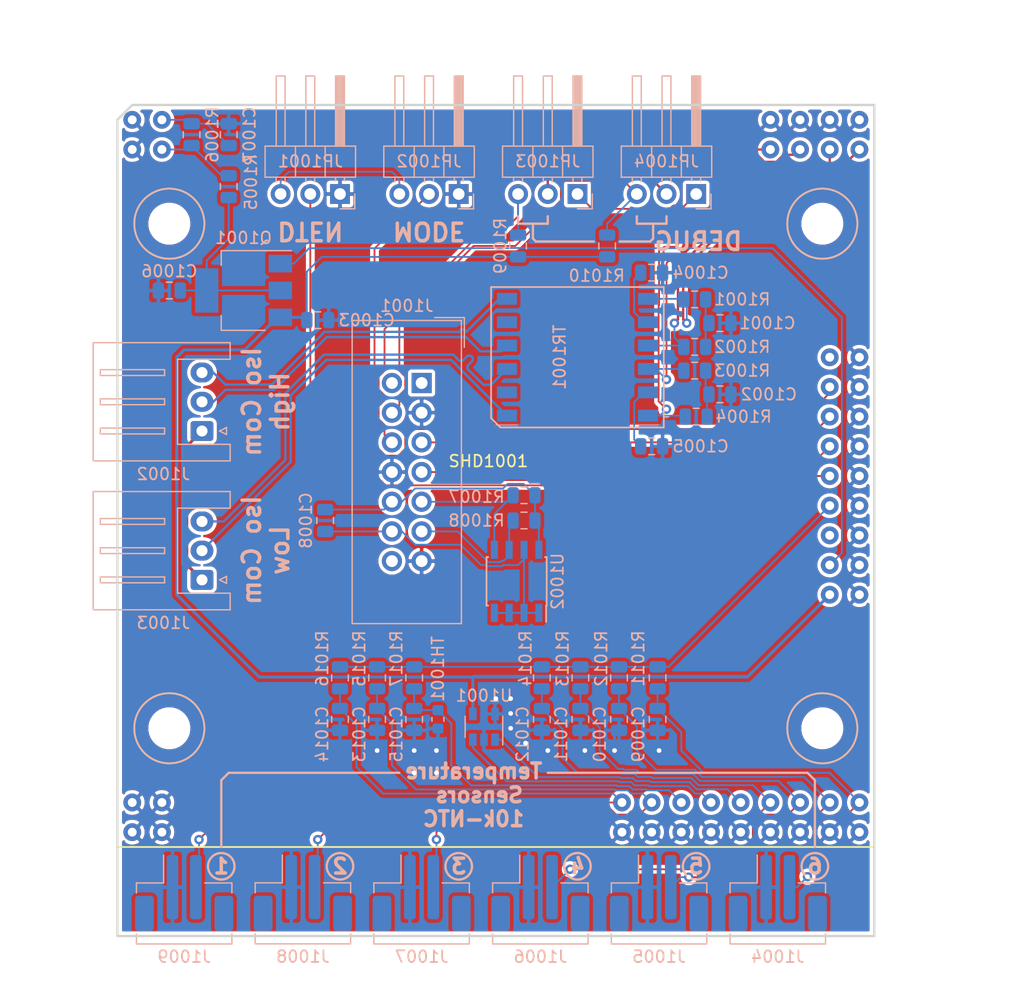
<source format=kicad_pcb>
(kicad_pcb (version 20171130) (host pcbnew 5.1.4-e60b266~84~ubuntu18.04.1)
  (layers (0 F.Cu signal hide) (31 B.Cu signal) (34 B.Paste user) (35 F.Paste user) (36 B.SilkS user) (37 F.SilkS user) (38 B.Mask user) (39 F.Mask user) (44 Edge.Cuts user))
  (net 0 "")
  (net 1 GND)
  (net 2 "Net-(C1001-Pad1)")
  (net 3 "Net-(C1002-Pad1)")
  (net 4 +5V)
  (net 5 "Net-(C1004-Pad1)")
  (net 6 "Net-(C1005-Pad1)")
  (net 7 "Net-(C1006-Pad1)")
  (net 8 /V+)
  (net 9 /EE_GND)
  (net 10 /EE_VCC)
  (net 11 /GPIO9)
  (net 12 /GPIO8)
  (net 13 /GPIO7)
  (net 14 /GPIO6)
  (net 15 /GPIO2)
  (net 16 /GPIO1)
  (net 17 /GPIO3)
  (net 18 "Net-(J1001-Pad1)")
  (net 19 "Net-(J1001-Pad2)")
  (net 20 /SCK)
  (net 21 /~SDO)
  (net 22 /CS)
  (net 23 /~SDI)
  (net 24 /EE_SDA)
  (net 25 /EE_SCK)
  (net 26 "Net-(J1001-Pad14)")
  (net 27 GNDPWR)
  (net 28 /VREG)
  (net 29 /DTEN)
  (net 30 /ISOMD)
  (net 31 /DRIVE)
  (net 32 /Cmax)
  (net 33 /VREF1)
  (net 34 /GPIO5)
  (net 35 /GPIO4)
  (net 36 "Net-(TR1001-Pad2)")
  (net 37 "Net-(TR1001-Pad5)")
  (net 38 /IsoH+)
  (net 39 /IsoH-)
  (net 40 /IsoL-)
  (net 41 /IsoL+)
  (net 42 /ILJ-)
  (net 43 /IL-)
  (net 44 /IL+)
  (net 45 /ILJ+)
  (net 46 /IH+)
  (net 47 /IH-)
  (net 48 "Net-(SHD1001-PadVREF2)")
  (net 49 "Net-(SHD1001-PadWDT)")
  (module OpenBMS:OpenBMS_IO (layer F.Cu) (at 148.59 110.49)
    (fp_text reference SHD1001 (at 0 -1.27) (layer F.SilkS))
    (fp_text value OpenBMS_IO)
    (pad "" np_thru_hole circle (at 28.575 -21.59) (size 3 3) (drill 3) (layers *.Cu *.Mask))
    (pad "" np_thru_hole circle (at 28.575 21.59) (size 3 3) (drill 3) (layers *.Cu *.Mask))
    (pad "" np_thru_hole circle (at -27.305 21.59) (size 3 3) (drill 3) (layers *.Cu *.Mask))
    (pad "" np_thru_hole circle (at -27.305 -21.59) (size 3 3) (drill 3) (layers *.Cu *.Mask))
    (pad GND thru_hole circle (at -27.94 27.94) (size 1.524 1.524) (drill 0.762) (layers *.Cu *.Mask) (net 1 GND))
    (pad GND thru_hole circle (at -27.94 30.48) (size 1.524 1.524) (drill 0.762) (layers *.Cu *.Mask) (net 1 GND))
    (pad GND thru_hole circle (at -30.48 30.48) (size 1.524 1.524) (drill 0.762) (layers *.Cu *.Mask) (net 1 GND))
    (pad GND thru_hole circle (at -30.48 27.94) (size 1.524 1.524) (drill 0.762) (layers *.Cu *.Mask) (net 1 GND))
    (pad GND thru_hole circle (at -30.48 -27.94) (size 1.524 1.524) (drill 0.762) (layers *.Cu *.Mask) (net 1 GND))
    (pad GND thru_hole circle (at -30.48 -30.48) (size 1.524 1.524) (drill 0.762) (layers *.Cu *.Mask) (net 1 GND))
    (pad GND thru_hole circle (at 31.75 7.62 90) (size 1.524 1.524) (drill 0.762) (layers *.Cu *.Mask) (net 1 GND))
    (pad GND thru_hole circle (at 31.75 0 90) (size 1.524 1.524) (drill 0.762) (layers *.Cu *.Mask) (net 1 GND))
    (pad GND thru_hole circle (at 31.75 2.54 90) (size 1.524 1.524) (drill 0.762) (layers *.Cu *.Mask) (net 1 GND))
    (pad GND thru_hole circle (at 31.75 -5.08 90) (size 1.524 1.524) (drill 0.762) (layers *.Cu *.Mask) (net 1 GND))
    (pad GND thru_hole circle (at 31.75 10.16 90) (size 1.524 1.524) (drill 0.762) (layers *.Cu *.Mask) (net 1 GND))
    (pad GND thru_hole circle (at 31.75 -2.54 90) (size 1.524 1.524) (drill 0.762) (layers *.Cu *.Mask) (net 1 GND))
    (pad GND thru_hole circle (at 31.75 -7.62 90) (size 1.524 1.524) (drill 0.762) (layers *.Cu *.Mask) (net 1 GND))
    (pad GND thru_hole circle (at 31.75 -10.16 90) (size 1.524 1.524) (drill 0.762) (layers *.Cu *.Mask) (net 1 GND))
    (pad GND thru_hole circle (at 31.75 5.08 90) (size 1.524 1.524) (drill 0.762) (layers *.Cu *.Mask) (net 1 GND))
    (pad GND thru_hole circle (at 31.75 30.48) (size 1.524 1.524) (drill 0.762) (layers *.Cu *.Mask) (net 1 GND))
    (pad GND thru_hole circle (at 29.21 30.48) (size 1.524 1.524) (drill 0.762) (layers *.Cu *.Mask) (net 1 GND))
    (pad GND thru_hole circle (at 26.67 30.48) (size 1.524 1.524) (drill 0.762) (layers *.Cu *.Mask) (net 1 GND))
    (pad GND thru_hole circle (at 24.13 30.48) (size 1.524 1.524) (drill 0.762) (layers *.Cu *.Mask) (net 1 GND))
    (pad GND thru_hole circle (at 21.59 30.48) (size 1.524 1.524) (drill 0.762) (layers *.Cu *.Mask) (net 1 GND))
    (pad GND thru_hole circle (at 19.05 30.48) (size 1.524 1.524) (drill 0.762) (layers *.Cu *.Mask) (net 1 GND))
    (pad GND thru_hole circle (at 16.51 30.48) (size 1.524 1.524) (drill 0.762) (layers *.Cu *.Mask) (net 1 GND))
    (pad GND thru_hole circle (at 13.97 30.48) (size 1.524 1.524) (drill 0.762) (layers *.Cu *.Mask) (net 1 GND))
    (pad GND thru_hole circle (at 11.43 30.48) (size 1.524 1.524) (drill 0.762) (layers *.Cu *.Mask) (net 1 GND))
    (pad GPIO1 thru_hole circle (at 11.43 27.94) (size 1.524 1.524) (drill 0.762) (layers *.Cu *.Mask) (net 16 /GPIO1))
    (pad GPIO2 thru_hole circle (at 13.97 27.94) (size 1.524 1.524) (drill 0.762) (layers *.Cu *.Mask) (net 15 /GPIO2))
    (pad GPIO3 thru_hole circle (at 16.51 27.94) (size 1.524 1.524) (drill 0.762) (layers *.Cu *.Mask) (net 17 /GPIO3))
    (pad GPIO4 thru_hole circle (at 19.05 27.94) (size 1.524 1.524) (drill 0.762) (layers *.Cu *.Mask) (net 35 /GPIO4))
    (pad GPIO5 thru_hole circle (at 21.59 27.94) (size 1.524 1.524) (drill 0.762) (layers *.Cu *.Mask) (net 34 /GPIO5))
    (pad GPIO6 thru_hole circle (at 24.13 27.94) (size 1.524 1.524) (drill 0.762) (layers *.Cu *.Mask) (net 14 /GPIO6))
    (pad GPIO7 thru_hole circle (at 26.67 27.94) (size 1.524 1.524) (drill 0.762) (layers *.Cu *.Mask) (net 13 /GPIO7))
    (pad GPIO8 thru_hole circle (at 29.21 27.94) (size 1.524 1.524) (drill 0.762) (layers *.Cu *.Mask) (net 12 /GPIO8))
    (pad GPIO9 thru_hole circle (at 31.75 27.94) (size 1.524 1.524) (drill 0.762) (layers *.Cu *.Mask) (net 11 /GPIO9))
    (pad VREF1 thru_hole circle (at 29.21 2.54 90) (size 1.524 1.524) (drill 0.762) (layers *.Cu *.Mask) (net 33 /VREF1))
    (pad VREF2 thru_hole circle (at 29.21 5.08 90) (size 1.524 1.524) (drill 0.762) (layers *.Cu *.Mask) (net 48 "Net-(SHD1001-PadVREF2)"))
    (pad Cmax_in thru_hole circle (at -27.94 -27.94) (size 1.524 1.524) (drill 0.762) (layers *.Cu *.Mask) (net 32 /Cmax))
    (pad V+ thru_hole circle (at -27.94 -30.48) (size 1.524 1.524) (drill 0.762) (layers *.Cu *.Mask) (net 8 /V+))
    (pad DTEN thru_hole circle (at 29.21 0) (size 1.524 1.524) (drill 0.762) (layers *.Cu *.Mask) (net 29 /DTEN))
    (pad ~SDI thru_hole circle (at 29.21 -2.54) (size 1.524 1.524) (drill 0.762) (layers *.Cu *.Mask) (net 23 /~SDI))
    (pad ~SDO thru_hole circle (at 29.21 -5.08) (size 1.524 1.524) (drill 0.762) (layers *.Cu *.Mask) (net 21 /~SDO))
    (pad ISOMD thru_hole circle (at 29.21 -7.62) (size 1.524 1.524) (drill 0.762) (layers *.Cu *.Mask) (net 30 /ISOMD))
    (pad WDT thru_hole circle (at 29.21 -10.16) (size 1.524 1.524) (drill 0.762) (layers *.Cu *.Mask) (net 49 "Net-(SHD1001-PadWDT)"))
    (pad DRIVE thru_hole circle (at 29.21 7.62) (size 1.524 1.524) (drill 0.762) (layers *.Cu *.Mask) (net 31 /DRIVE))
    (pad VREG thru_hole circle (at 29.21 10.16) (size 1.524 1.524) (drill 0.762) (layers *.Cu *.Mask) (net 4 +5V))
    (pad GND thru_hole circle (at 24.13 -30.48 180) (size 1.524 1.524) (drill 0.762) (layers *.Cu *.Mask) (net 1 GND))
    (pad GND thru_hole circle (at 26.67 -30.48 180) (size 1.524 1.524) (drill 0.762) (layers *.Cu *.Mask) (net 1 GND))
    (pad GND thru_hole circle (at 31.75 -30.48 180) (size 1.524 1.524) (drill 0.762) (layers *.Cu *.Mask) (net 1 GND))
    (pad GND thru_hole circle (at 29.21 -30.48 180) (size 1.524 1.524) (drill 0.762) (layers *.Cu *.Mask) (net 1 GND))
    (pad ILM thru_hole circle (at 24.13 -27.94 180) (size 1.524 1.524) (drill 0.762) (layers *.Cu *.Mask) (net 43 /IL-))
    (pad ILP thru_hole circle (at 26.67 -27.94 180) (size 1.524 1.524) (drill 0.762) (layers *.Cu *.Mask) (net 44 /IL+))
    (pad IHM thru_hole circle (at 29.21 -27.94 180) (size 1.524 1.524) (drill 0.762) (layers *.Cu *.Mask) (net 47 /IH-))
    (pad IHP thru_hole circle (at 31.75 -27.94 180) (size 1.524 1.524) (drill 0.762) (layers *.Cu *.Mask) (net 46 /IH+))
  )
  (module Capacitor_SMD:C_0805_2012Metric (layer B.Cu) (at 168.402 97.409)
    (fp_text reference C1001 (at 4.064 0 180) (layer B.SilkS) (effects (justify mirror)))
    (fp_text value 10n)
    (pad 2 smd roundrect (at 0.9375 0) (size 0.975 1.4) (layers B.Cu B.Paste B.Mask) (net 1 GND))
    (pad 1 smd roundrect (at -0.9375 0) (size 0.975 1.4) (layers B.Cu B.Paste B.Mask) (net 2 "Net-(C1001-Pad1)"))
  )
  (module Capacitor_SMD:C_0805_2012Metric (layer B.Cu) (at 168.402 103.505)
    (fp_text reference C1002 (at 4.191 0 180) (layer B.SilkS) (effects (justify mirror)))
    (fp_text value 10n)
    (pad 1 smd roundrect (at -0.9375 0) (size 0.975 1.4) (layers B.Cu B.Paste B.Mask) (net 3 "Net-(C1002-Pad1)"))
    (pad 2 smd roundrect (at 0.9375 0) (size 0.975 1.4) (layers B.Cu B.Paste B.Mask) (net 1 GND))
  )
  (module Capacitor_SMD:C_0805_2012Metric (layer B.Cu) (at 133.985 97.155)
    (fp_text reference C1003 (at 4.191 0 180) (layer B.SilkS) (effects (justify mirror)))
    (fp_text value 1u)
    (pad 2 smd roundrect (at 0.9375 0) (size 0.975 1.4) (layers B.Cu B.Paste B.Mask) (net 1 GND))
    (pad 1 smd roundrect (at -0.9375 0) (size 0.975 1.4) (layers B.Cu B.Paste B.Mask) (net 4 +5V))
  )
  (module Capacitor_SMD:C_0805_2012Metric (layer B.Cu) (at 162.56 93.091)
    (fp_text reference C1004 (at 4.191 0) (layer B.SilkS) (effects (justify mirror)))
    (fp_text value 10n)
    (pad 2 smd roundrect (at 0.9375 0) (size 0.975 1.4) (layers B.Cu B.Paste B.Mask) (net 1 GND))
    (pad 1 smd roundrect (at -0.9375 0) (size 0.975 1.4) (layers B.Cu B.Paste B.Mask) (net 5 "Net-(C1004-Pad1)"))
  )
  (module Capacitor_SMD:C_0805_2012Metric (layer B.Cu) (at 162.56 107.95)
    (fp_text reference C1005 (at 4.191 0) (layer B.SilkS) (effects (justify mirror)))
    (fp_text value 10n)
    (pad 1 smd roundrect (at -0.9375 0) (size 0.975 1.4) (layers B.Cu B.Paste B.Mask) (net 6 "Net-(C1005-Pad1)"))
    (pad 2 smd roundrect (at 0.9375 0) (size 0.975 1.4) (layers B.Cu B.Paste B.Mask) (net 1 GND))
  )
  (module Capacitor_SMD:C_0805_2012Metric (layer B.Cu) (at 121.285 94.615 180)
    (fp_text reference C1006 (at 0 1.65 180) (layer B.SilkS) (effects (justify mirror)))
    (fp_text value 100n)
    (pad 1 smd roundrect (at -0.9375 0 180) (size 0.975 1.4) (layers B.Cu B.Paste B.Mask) (net 7 "Net-(C1006-Pad1)"))
    (pad 2 smd roundrect (at 0.9375 0 180) (size 0.975 1.4) (layers B.Cu B.Paste B.Mask) (net 1 GND))
  )
  (module Capacitor_SMD:C_0805_2012Metric (layer B.Cu) (at 126.365 81.28 90)
    (fp_text reference C1007 (at 0 1.778 90) (layer B.SilkS) (effects (justify mirror)))
    (fp_text value 100n)
    (pad 2 smd roundrect (at 0.9375 0 90) (size 0.975 1.4) (layers B.Cu B.Paste B.Mask) (net 1 GND))
    (pad 1 smd roundrect (at -0.9375 0 90) (size 0.975 1.4) (layers B.Cu B.Paste B.Mask) (net 8 /V+))
  )
  (module Capacitor_SMD:C_0805_2012Metric (layer B.Cu) (at 134.62 114.3 270)
    (fp_text reference C1008 (at 0 1.65 270) (layer B.SilkS) (effects (justify mirror)))
    (fp_text value 1u)
    (pad 2 smd roundrect (at 0.9375 0 270) (size 0.975 1.4) (layers B.Cu B.Paste B.Mask) (net 9 /EE_GND))
    (pad 1 smd roundrect (at -0.9375 0 270) (size 0.975 1.4) (layers B.Cu B.Paste B.Mask) (net 10 /EE_VCC))
  )
  (module Capacitor_SMD:C_0805_2012Metric (layer B.Cu) (at 163.068 131.318 270)
    (fp_text reference C1009 (at 1.27 1.65 270) (layer B.SilkS) (effects (justify mirror)))
    (fp_text value 1u)
    (pad 1 smd roundrect (at -0.9375 0 270) (size 0.975 1.4) (layers B.Cu B.Paste B.Mask) (net 11 /GPIO9))
    (pad 2 smd roundrect (at 0.9375 0 270) (size 0.975 1.4) (layers B.Cu B.Paste B.Mask) (net 1 GND))
  )
  (module Capacitor_SMD:C_0805_2012Metric (layer B.Cu) (at 159.766 131.318 270)
    (fp_text reference C1010 (at 1.27 1.65 270) (layer B.SilkS) (effects (justify mirror)))
    (fp_text value 1u)
    (pad 1 smd roundrect (at -0.9375 0 270) (size 0.975 1.4) (layers B.Cu B.Paste B.Mask) (net 12 /GPIO8))
    (pad 2 smd roundrect (at 0.9375 0 270) (size 0.975 1.4) (layers B.Cu B.Paste B.Mask) (net 1 GND))
  )
  (module Capacitor_SMD:C_0805_2012Metric (layer B.Cu) (at 156.464 131.318 270)
    (fp_text reference C1011 (at 1.27 1.65 270) (layer B.SilkS) (effects (justify mirror)))
    (fp_text value 1u)
    (pad 2 smd roundrect (at 0.9375 0 270) (size 0.975 1.4) (layers B.Cu B.Paste B.Mask) (net 1 GND))
    (pad 1 smd roundrect (at -0.9375 0 270) (size 0.975 1.4) (layers B.Cu B.Paste B.Mask) (net 13 /GPIO7))
  )
  (module Capacitor_SMD:C_0805_2012Metric (layer B.Cu) (at 153.162 131.318 270)
    (fp_text reference C1012 (at 1.27 1.65 270) (layer B.SilkS) (effects (justify mirror)))
    (fp_text value 1u)
    (pad 1 smd roundrect (at -0.9375 0 270) (size 0.975 1.4) (layers B.Cu B.Paste B.Mask) (net 14 /GPIO6))
    (pad 2 smd roundrect (at 0.9375 0 270) (size 0.975 1.4) (layers B.Cu B.Paste B.Mask) (net 1 GND))
  )
  (module Capacitor_SMD:C_0805_2012Metric (layer B.Cu) (at 139.065 131.318 270)
    (fp_text reference C1013 (at 1.27 1.524 270) (layer B.SilkS) (effects (justify mirror)))
    (fp_text value 1u)
    (pad 1 smd roundrect (at -0.9375 0 270) (size 0.975 1.4) (layers B.Cu B.Paste B.Mask) (net 15 /GPIO2))
    (pad 2 smd roundrect (at 0.9375 0 270) (size 0.975 1.4) (layers B.Cu B.Paste B.Mask) (net 1 GND))
  )
  (module Capacitor_SMD:C_0805_2012Metric (layer B.Cu) (at 135.89 131.318 270)
    (fp_text reference C1014 (at 1.27 1.524 270) (layer B.SilkS) (effects (justify mirror)))
    (fp_text value 1u)
    (pad 2 smd roundrect (at 0.9375 0 270) (size 0.975 1.4) (layers B.Cu B.Paste B.Mask) (net 1 GND))
    (pad 1 smd roundrect (at -0.9375 0 270) (size 0.975 1.4) (layers B.Cu B.Paste B.Mask) (net 16 /GPIO1))
  )
  (module Capacitor_SMD:C_0805_2012Metric (layer B.Cu) (at 142.24 131.318 270)
    (fp_text reference C1015 (at 1.27 1.524 270) (layer B.SilkS) (effects (justify mirror)))
    (fp_text value 1u)
    (pad 1 smd roundrect (at -0.9375 0 270) (size 0.975 1.4) (layers B.Cu B.Paste B.Mask) (net 17 /GPIO3))
    (pad 2 smd roundrect (at 0.9375 0 270) (size 0.975 1.4) (layers B.Cu B.Paste B.Mask) (net 1 GND))
  )
  (module Connector_IDC:IDC-Header_2x07_P2.54mm_Vertical (layer B.Cu) (at 142.875 102.53264 180)
    (fp_text reference J1001 (at 1.27 6.604 180) (layer B.SilkS) (effects (justify mirror)))
    (fp_text value Linduino_Test)
    (pad 1 thru_hole rect (at 0 0 180) (size 1.7272 1.7272) (drill 1.016) (layers *.Cu *.Mask) (net 18 "Net-(J1001-Pad1)"))
    (pad 2 thru_hole oval (at 2.54 0 180) (size 1.7272 1.7272) (drill 1.016) (layers *.Cu *.Mask) (net 19 "Net-(J1001-Pad2)"))
    (pad 3 thru_hole oval (at 0 -2.54 180) (size 1.7272 1.7272) (drill 1.016) (layers *.Cu *.Mask) (net 1 GND))
    (pad 4 thru_hole oval (at 2.54 -2.54 180) (size 1.7272 1.7272) (drill 1.016) (layers *.Cu *.Mask) (net 20 /SCK))
    (pad 5 thru_hole oval (at 0 -5.08 180) (size 1.7272 1.7272) (drill 1.016) (layers *.Cu *.Mask) (net 21 /~SDO))
    (pad 6 thru_hole oval (at 2.54 -5.08 180) (size 1.7272 1.7272) (drill 1.016) (layers *.Cu *.Mask) (net 22 /CS))
    (pad 7 thru_hole oval (at 0 -7.62 180) (size 1.7272 1.7272) (drill 1.016) (layers *.Cu *.Mask) (net 23 /~SDI))
    (pad 8 thru_hole oval (at 2.54 -7.62 180) (size 1.7272 1.7272) (drill 1.016) (layers *.Cu *.Mask) (net 1 GND))
    (pad 9 thru_hole oval (at 0 -10.16 180) (size 1.7272 1.7272) (drill 1.016) (layers *.Cu *.Mask) (net 24 /EE_SDA))
    (pad 10 thru_hole oval (at 2.54 -10.16 180) (size 1.7272 1.7272) (drill 1.016) (layers *.Cu *.Mask) (net 10 /EE_VCC))
    (pad 11 thru_hole oval (at 0 -12.7 180) (size 1.7272 1.7272) (drill 1.016) (layers *.Cu *.Mask) (net 25 /EE_SCK))
    (pad 12 thru_hole oval (at 2.54 -12.7 180) (size 1.7272 1.7272) (drill 1.016) (layers *.Cu *.Mask) (net 9 /EE_GND))
    (pad 13 thru_hole oval (at 0 -15.24 180) (size 1.7272 1.7272) (drill 1.016) (layers *.Cu *.Mask) (net 1 GND))
    (pad 14 thru_hole oval (at 2.54 -15.24 180) (size 1.7272 1.7272) (drill 1.016) (layers *.Cu *.Mask) (net 26 "Net-(J1001-Pad14)"))
  )
  (module Connector_JST:JST_XH_S03B-XH-A_1x03_P2.50mm_Horizontal (layer B.Cu) (at 124.079 106.64 90)
    (fp_text reference J1002 (at -3.683 -3.302 180) (layer B.SilkS) (effects (justify mirror)))
    (fp_text value Com_H)
    (pad 3 thru_hole oval (at 5 0 90) (size 1.7 1.95) (drill 0.95) (layers *.Cu *.Mask) (net 38 /IsoH+))
    (pad 2 thru_hole oval (at 2.5 0 90) (size 1.7 1.95) (drill 0.95) (layers *.Cu *.Mask) (net 39 /IsoH-))
    (pad 1 thru_hole roundrect (at 0 0 90) (size 1.7 1.95) (drill 0.95) (layers *.Cu *.Mask) (roundrect_rratio 0.147059) (net 27 GNDPWR))
  )
  (module Connector_JST:JST_XH_S03B-XH-A_1x03_P2.50mm_Horizontal (layer B.Cu) (at 124.079 119.38 90)
    (fp_text reference J1003 (at -3.683 -3.302 180) (layer B.SilkS) (effects (justify mirror)))
    (fp_text value Com_L)
    (pad 1 thru_hole roundrect (at 0 0 90) (size 1.7 1.95) (drill 0.95) (layers *.Cu *.Mask) (roundrect_rratio 0.147059) (net 27 GNDPWR))
    (pad 2 thru_hole oval (at 2.5 0 90) (size 1.7 1.95) (drill 0.95) (layers *.Cu *.Mask) (net 40 /IsoL-))
    (pad 3 thru_hole oval (at 5 0 90) (size 1.7 1.95) (drill 0.95) (layers *.Cu *.Mask) (net 41 /IsoL+))
  )
  (module Connector_JST:JST_PH_B2B-PH-SM4-TB_1x02-1MP_P2.00mm_Vertical (layer B.Cu) (at 173.355 146.177)
    (fp_text reference J1004 (at 0 5.45) (layer B.SilkS) (effects (justify mirror)))
    (fp_text value Temp6)
    (pad MP smd roundrect (at 3.4 1.75) (size 1.6 3) (layers B.Cu B.Paste B.Mask) (roundrect_rratio 0.15625))
    (pad MP smd roundrect (at -3.4 1.75) (size 1.6 3) (layers B.Cu B.Paste B.Mask) (roundrect_rratio 0.15625))
    (pad 2 smd roundrect (at 1 -0.5) (size 1 5.5) (layers B.Cu B.Paste B.Mask) (net 11 /GPIO9))
    (pad 1 smd roundrect (at -1 -0.5) (size 1 5.5) (layers B.Cu B.Paste B.Mask) (net 1 GND))
  )
  (module Connector_JST:JST_PH_B2B-PH-SM4-TB_1x02-1MP_P2.00mm_Vertical (layer B.Cu) (at 163.195 146.177)
    (fp_text reference J1005 (at 0 5.45) (layer B.SilkS) (effects (justify mirror)))
    (fp_text value Temp5)
    (pad 1 smd roundrect (at -1 -0.5) (size 1 5.5) (layers B.Cu B.Paste B.Mask) (net 1 GND))
    (pad 2 smd roundrect (at 1 -0.5) (size 1 5.5) (layers B.Cu B.Paste B.Mask) (net 12 /GPIO8))
    (pad MP smd roundrect (at -3.4 1.75) (size 1.6 3) (layers B.Cu B.Paste B.Mask) (roundrect_rratio 0.15625))
    (pad MP smd roundrect (at 3.4 1.75) (size 1.6 3) (layers B.Cu B.Paste B.Mask) (roundrect_rratio 0.15625))
  )
  (module Connector_JST:JST_PH_B2B-PH-SM4-TB_1x02-1MP_P2.00mm_Vertical (layer B.Cu) (at 153.035 146.177)
    (fp_text reference J1006 (at 0 5.45) (layer B.SilkS) (effects (justify mirror)))
    (fp_text value Temp4)
    (pad MP smd roundrect (at 3.4 1.75) (size 1.6 3) (layers B.Cu B.Paste B.Mask) (roundrect_rratio 0.15625))
    (pad MP smd roundrect (at -3.4 1.75) (size 1.6 3) (layers B.Cu B.Paste B.Mask) (roundrect_rratio 0.15625))
    (pad 2 smd roundrect (at 1 -0.5) (size 1 5.5) (layers B.Cu B.Paste B.Mask) (net 13 /GPIO7))
    (pad 1 smd roundrect (at -1 -0.5) (size 1 5.5) (layers B.Cu B.Paste B.Mask) (net 1 GND))
  )
  (module Connector_JST:JST_PH_B2B-PH-SM4-TB_1x02-1MP_P2.00mm_Vertical (layer B.Cu) (at 142.875 146.177)
    (fp_text reference J1007 (at 0 5.45) (layer B.SilkS) (effects (justify mirror)))
    (fp_text value Temp3)
    (pad 1 smd roundrect (at -1 -0.5) (size 1 5.5) (layers B.Cu B.Paste B.Mask) (net 1 GND))
    (pad 2 smd roundrect (at 1 -0.5) (size 1 5.5) (layers B.Cu B.Paste B.Mask) (net 14 /GPIO6))
    (pad MP smd roundrect (at -3.4 1.75) (size 1.6 3) (layers B.Cu B.Paste B.Mask) (roundrect_rratio 0.15625))
    (pad MP smd roundrect (at 3.4 1.75) (size 1.6 3) (layers B.Cu B.Paste B.Mask) (roundrect_rratio 0.15625))
  )
  (module Connector_JST:JST_PH_B2B-PH-SM4-TB_1x02-1MP_P2.00mm_Vertical (layer B.Cu) (at 132.715 146.169)
    (fp_text reference J1008 (at 0 5.45) (layer B.SilkS) (effects (justify mirror)))
    (fp_text value Temp2)
    (pad MP smd roundrect (at 3.4 1.75) (size 1.6 3) (layers B.Cu B.Paste B.Mask) (roundrect_rratio 0.15625))
    (pad MP smd roundrect (at -3.4 1.75) (size 1.6 3) (layers B.Cu B.Paste B.Mask) (roundrect_rratio 0.15625))
    (pad 2 smd roundrect (at 1 -0.5) (size 1 5.5) (layers B.Cu B.Paste B.Mask) (net 15 /GPIO2))
    (pad 1 smd roundrect (at -1 -0.5) (size 1 5.5) (layers B.Cu B.Paste B.Mask) (net 1 GND))
  )
  (module Connector_JST:JST_PH_B2B-PH-SM4-TB_1x02-1MP_P2.00mm_Vertical (layer B.Cu) (at 122.555 146.177)
    (fp_text reference J1009 (at 0 5.45) (layer B.SilkS) (effects (justify mirror)))
    (fp_text value Temp1)
    (pad 1 smd roundrect (at -1 -0.5) (size 1 5.5) (layers B.Cu B.Paste B.Mask) (net 1 GND))
    (pad 2 smd roundrect (at 1 -0.5) (size 1 5.5) (layers B.Cu B.Paste B.Mask) (net 16 /GPIO1))
    (pad MP smd roundrect (at -3.4 1.75) (size 1.6 3) (layers B.Cu B.Paste B.Mask) (roundrect_rratio 0.15625))
    (pad MP smd roundrect (at 3.4 1.75) (size 1.6 3) (layers B.Cu B.Paste B.Mask) (roundrect_rratio 0.15625))
  )
  (module Connector_PinHeader_2.54mm:PinHeader_1x03_P2.54mm_Horizontal (layer B.Cu) (at 135.89 86.36 90)
    (fp_text reference JP1001 (at 2.794 -2.54) (layer B.SilkS) (effects (justify mirror)))
    (fp_text value DTEN)
    (pad 3 thru_hole oval (at 0 -5.08 90) (size 1.7 1.7) (drill 1) (layers *.Cu *.Mask) (net 28 /VREG))
    (pad 2 thru_hole oval (at 0 -2.54 90) (size 1.7 1.7) (drill 1) (layers *.Cu *.Mask) (net 29 /DTEN))
    (pad 1 thru_hole rect (at 0 0 90) (size 1.7 1.7) (drill 1) (layers *.Cu *.Mask) (net 1 GND))
  )
  (module Connector_PinHeader_2.54mm:PinHeader_1x03_P2.54mm_Horizontal (layer B.Cu) (at 146.05 86.36 90)
    (fp_text reference JP1002 (at 2.794 -2.54) (layer B.SilkS) (effects (justify mirror)))
    (fp_text value MODE)
    (pad 1 thru_hole rect (at 0 0 90) (size 1.7 1.7) (drill 1) (layers *.Cu *.Mask) (net 1 GND))
    (pad 2 thru_hole oval (at 0 -2.54 90) (size 1.7 1.7) (drill 1) (layers *.Cu *.Mask) (net 30 /ISOMD))
    (pad 3 thru_hole oval (at 0 -5.08 90) (size 1.7 1.7) (drill 1) (layers *.Cu *.Mask) (net 28 /VREG))
  )
  (module Connector_PinHeader_2.54mm:PinHeader_1x03_P2.54mm_Horizontal (layer B.Cu) (at 156.21 86.36 90)
    (fp_text reference JP1003 (at 2.794 -2.54) (layer B.SilkS) (effects (justify mirror)))
    (fp_text value Debug)
    (pad 1 thru_hole rect (at 0 0 90) (size 1.7 1.7) (drill 1) (layers *.Cu *.Mask) (net 42 /ILJ-))
    (pad 2 thru_hole oval (at 0 -2.54 90) (size 1.7 1.7) (drill 1) (layers *.Cu *.Mask) (net 43 /IL-))
    (pad 3 thru_hole oval (at 0 -5.08 90) (size 1.7 1.7) (drill 1) (layers *.Cu *.Mask) (net 22 /CS))
  )
  (module Connector_PinHeader_2.54mm:PinHeader_1x03_P2.54mm_Horizontal (layer B.Cu) (at 166.37 86.36 90)
    (fp_text reference JP1004 (at 2.794 -2.54) (layer B.SilkS) (effects (justify mirror)))
    (fp_text value Debug)
    (pad 3 thru_hole oval (at 0 -5.08 90) (size 1.7 1.7) (drill 1) (layers *.Cu *.Mask) (net 20 /SCK))
    (pad 2 thru_hole oval (at 0 -2.54 90) (size 1.7 1.7) (drill 1) (layers *.Cu *.Mask) (net 44 /IL+))
    (pad 1 thru_hole rect (at 0 0 90) (size 1.7 1.7) (drill 1) (layers *.Cu *.Mask) (net 45 /ILJ+))
  )
  (module Package_TO_SOT_SMD:SOT-223 (layer B.Cu) (at 127.635 94.615 180)
    (fp_text reference Q1001 (at 0 4.5 180) (layer B.SilkS) (effects (justify mirror)))
    (fp_text value NSV1C201MZ4)
    (pad 4 smd rect (at 3.15 0 180) (size 2 3.8) (layers B.Cu B.Paste B.Mask) (net 7 "Net-(C1006-Pad1)"))
    (pad 2 smd rect (at -3.15 0 180) (size 2 1.5) (layers B.Cu B.Paste B.Mask) (net 7 "Net-(C1006-Pad1)"))
    (pad 3 smd rect (at -3.15 -2.3 180) (size 2 1.5) (layers B.Cu B.Paste B.Mask) (net 4 +5V))
    (pad 1 smd rect (at -3.15 2.3 180) (size 2 1.5) (layers B.Cu B.Paste B.Mask) (net 31 /DRIVE))
  )
  (module Resistor_SMD:R_0805_2012Metric (layer B.Cu) (at 166.243 95.377 180)
    (fp_text reference R1001 (at -4.064 0) (layer B.SilkS) (effects (justify mirror)))
    (fp_text value 51)
    (pad 1 smd roundrect (at -0.9375 0 180) (size 0.975 1.4) (layers B.Cu B.Paste B.Mask) (net 2 "Net-(C1001-Pad1)"))
    (pad 2 smd roundrect (at 0.9375 0 180) (size 0.975 1.4) (layers B.Cu B.Paste B.Mask) (net 46 /IH+))
  )
  (module Resistor_SMD:R_0805_2012Metric (layer B.Cu) (at 166.243 99.441)
    (fp_text reference R1002 (at 4.064 0 180) (layer B.SilkS) (effects (justify mirror)))
    (fp_text value 51)
    (pad 2 smd roundrect (at 0.9375 0) (size 0.975 1.4) (layers B.Cu B.Paste B.Mask) (net 2 "Net-(C1001-Pad1)"))
    (pad 1 smd roundrect (at -0.9375 0) (size 0.975 1.4) (layers B.Cu B.Paste B.Mask) (net 47 /IH-))
  )
  (module Resistor_SMD:R_0805_2012Metric (layer B.Cu) (at 166.243 101.473 180)
    (fp_text reference R1003 (at -4.064 0) (layer B.SilkS) (effects (justify mirror)))
    (fp_text value 51)
    (pad 1 smd roundrect (at -0.9375 0 180) (size 0.975 1.4) (layers B.Cu B.Paste B.Mask) (net 3 "Net-(C1002-Pad1)"))
    (pad 2 smd roundrect (at 0.9375 0 180) (size 0.975 1.4) (layers B.Cu B.Paste B.Mask) (net 45 /ILJ+))
  )
  (module Resistor_SMD:R_0805_2012Metric (layer B.Cu) (at 166.37 105.41)
    (fp_text reference R1004 (at 4.064 0 180) (layer B.SilkS) (effects (justify mirror)))
    (fp_text value 51)
    (pad 2 smd roundrect (at 0.9375 0) (size 0.975 1.4) (layers B.Cu B.Paste B.Mask) (net 3 "Net-(C1002-Pad1)"))
    (pad 1 smd roundrect (at -0.9375 0) (size 0.975 1.4) (layers B.Cu B.Paste B.Mask) (net 42 /ILJ-))
  )
  (module Resistor_SMD:R_0805_2012Metric (layer B.Cu) (at 126.365 85.725 90)
    (fp_text reference R1005 (at 0.381 1.905 90) (layer B.SilkS) (effects (justify mirror)))
    (fp_text value 100)
    (pad 1 smd roundrect (at -0.9375 0 90) (size 0.975 1.4) (layers B.Cu B.Paste B.Mask) (net 7 "Net-(C1006-Pad1)"))
    (pad 2 smd roundrect (at 0.9375 0 90) (size 0.975 1.4) (layers B.Cu B.Paste B.Mask) (net 32 /Cmax))
  )
  (module Resistor_SMD:R_0805_2012Metric (layer B.Cu) (at 123.19 81.28 270)
    (fp_text reference R1006 (at 0 -1.778 270) (layer B.SilkS) (effects (justify mirror)))
    (fp_text value 100)
    (pad 2 smd roundrect (at 0.9375 0 270) (size 0.975 1.4) (layers B.Cu B.Paste B.Mask) (net 32 /Cmax))
    (pad 1 smd roundrect (at -0.9375 0 270) (size 0.975 1.4) (layers B.Cu B.Paste B.Mask) (net 8 /V+))
  )
  (module Resistor_SMD:R_0805_2012Metric (layer B.Cu) (at 151.638 112.141)
    (fp_text reference R1007 (at -4.064 0.127) (layer B.SilkS) (effects (justify mirror)))
    (fp_text value 5.1k)
    (pad 2 smd roundrect (at 0.9375 0) (size 0.975 1.4) (layers B.Cu B.Paste B.Mask) (net 10 /EE_VCC))
    (pad 1 smd roundrect (at -0.9375 0) (size 0.975 1.4) (layers B.Cu B.Paste B.Mask) (net 24 /EE_SDA))
  )
  (module Resistor_SMD:R_0805_2012Metric (layer B.Cu) (at 151.638 114.3)
    (fp_text reference R1008 (at -4.064 0) (layer B.SilkS) (effects (justify mirror)))
    (fp_text value 5.1k)
    (pad 1 smd roundrect (at -0.9375 0) (size 0.975 1.4) (layers B.Cu B.Paste B.Mask) (net 25 /EE_SCK))
    (pad 2 smd roundrect (at 0.9375 0) (size 0.975 1.4) (layers B.Cu B.Paste B.Mask) (net 10 /EE_VCC))
  )
  (module Resistor_SMD:R_0805_2012Metric (layer B.Cu) (at 151.13 90.805 270)
    (fp_text reference R1009 (at 0 1.524 270) (layer B.SilkS) (effects (justify mirror)))
    (fp_text value 1M)
    (pad 1 smd roundrect (at -0.9375 0 270) (size 0.975 1.4) (layers B.Cu B.Paste B.Mask) (net 22 /CS))
    (pad 2 smd roundrect (at 0.9375 0 270) (size 0.975 1.4) (layers B.Cu B.Paste B.Mask) (net 4 +5V))
  )
  (module Resistor_SMD:R_0805_2012Metric (layer B.Cu) (at 158.75 90.805 270)
    (fp_text reference R1010 (at 2.54 0.889 180) (layer B.SilkS) (effects (justify mirror)))
    (fp_text value 1M)
    (pad 2 smd roundrect (at 0.9375 0 270) (size 0.975 1.4) (layers B.Cu B.Paste B.Mask) (net 4 +5V))
    (pad 1 smd roundrect (at -0.9375 0 270) (size 0.975 1.4) (layers B.Cu B.Paste B.Mask) (net 20 /SCK))
  )
  (module Resistor_SMD:R_0805_2012Metric (layer B.Cu) (at 163.068 127.762 90)
    (fp_text reference R1011 (at 1.651 -1.651 90) (layer B.SilkS) (effects (justify mirror)))
    (fp_text value 10k)
    (pad 1 smd roundrect (at -0.9375 0 90) (size 0.975 1.4) (layers B.Cu B.Paste B.Mask) (net 11 /GPIO9))
    (pad 2 smd roundrect (at 0.9375 0 90) (size 0.975 1.4) (layers B.Cu B.Paste B.Mask) (net 33 /VREF1))
  )
  (module Resistor_SMD:R_0805_2012Metric (layer B.Cu) (at 159.766 127.762 90)
    (fp_text reference R1012 (at 1.651 -1.524 90) (layer B.SilkS) (effects (justify mirror)))
    (fp_text value 10k)
    (pad 2 smd roundrect (at 0.9375 0 90) (size 0.975 1.4) (layers B.Cu B.Paste B.Mask) (net 33 /VREF1))
    (pad 1 smd roundrect (at -0.9375 0 90) (size 0.975 1.4) (layers B.Cu B.Paste B.Mask) (net 12 /GPIO8))
  )
  (module Resistor_SMD:R_0805_2012Metric (layer B.Cu) (at 156.464 127.762 90)
    (fp_text reference R1013 (at 1.651 -1.524 90) (layer B.SilkS) (effects (justify mirror)))
    (fp_text value 10k)
    (pad 1 smd roundrect (at -0.9375 0 90) (size 0.975 1.4) (layers B.Cu B.Paste B.Mask) (net 13 /GPIO7))
    (pad 2 smd roundrect (at 0.9375 0 90) (size 0.975 1.4) (layers B.Cu B.Paste B.Mask) (net 33 /VREF1))
  )
  (module Resistor_SMD:R_0805_2012Metric (layer B.Cu) (at 153.162 127.762 90)
    (fp_text reference R1014 (at 1.651 -1.397 90) (layer B.SilkS) (effects (justify mirror)))
    (fp_text value 10k)
    (pad 2 smd roundrect (at 0.9375 0 90) (size 0.975 1.4) (layers B.Cu B.Paste B.Mask) (net 33 /VREF1))
    (pad 1 smd roundrect (at -0.9375 0 90) (size 0.975 1.4) (layers B.Cu B.Paste B.Mask) (net 14 /GPIO6))
  )
  (module Resistor_SMD:R_0805_2012Metric (layer B.Cu) (at 139.065 127.762 90)
    (fp_text reference R1015 (at 1.651 -1.524 90) (layer B.SilkS) (effects (justify mirror)))
    (fp_text value 10k)
    (pad 1 smd roundrect (at -0.9375 0 90) (size 0.975 1.4) (layers B.Cu B.Paste B.Mask) (net 15 /GPIO2))
    (pad 2 smd roundrect (at 0.9375 0 90) (size 0.975 1.4) (layers B.Cu B.Paste B.Mask) (net 33 /VREF1))
  )
  (module Resistor_SMD:R_0805_2012Metric (layer B.Cu) (at 135.89 127.762 90)
    (fp_text reference R1016 (at 1.651 -1.524 90) (layer B.SilkS) (effects (justify mirror)))
    (fp_text value 10k)
    (pad 2 smd roundrect (at 0.9375 0 90) (size 0.975 1.4) (layers B.Cu B.Paste B.Mask) (net 33 /VREF1))
    (pad 1 smd roundrect (at -0.9375 0 90) (size 0.975 1.4) (layers B.Cu B.Paste B.Mask) (net 16 /GPIO1))
  )
  (module Resistor_SMD:R_0805_2012Metric (layer B.Cu) (at 142.24 127.762 90)
    (fp_text reference R1017 (at 1.651 -1.524 90) (layer B.SilkS) (effects (justify mirror)))
    (fp_text value 10k)
    (pad 1 smd roundrect (at -0.9375 0 90) (size 0.975 1.4) (layers B.Cu B.Paste B.Mask) (net 17 /GPIO3))
    (pad 2 smd roundrect (at 0.9375 0 90) (size 0.975 1.4) (layers B.Cu B.Paste B.Mask) (net 33 /VREF1))
  )
  (module Resistor_SMD:R_0603_1608Metric (layer B.Cu) (at 144.272 131.318 270)
    (fp_text reference TH1001 (at -4.318 0 270) (layer B.SilkS) (effects (justify mirror)))
    (fp_text value Thermistor_NTC)
    (pad 1 smd roundrect (at -0.7875 0 270) (size 0.875 0.95) (layers B.Cu B.Paste B.Mask) (net 17 /GPIO3))
    (pad 2 smd roundrect (at 0.7875 0 270) (size 0.875 0.95) (layers B.Cu B.Paste B.Mask) (net 1 GND))
  )
  (module Package_TO_SOT_SMD:SOT-23-5 (layer B.Cu) (at 148.209 131.953 90)
    (fp_text reference U1001 (at 2.667 0 180) (layer B.SilkS) (effects (justify mirror)))
    (fp_text value 24AA01)
    (pad 1 smd rect (at -1.1 0.95 90) (size 1.06 0.65) (layers B.Cu B.Paste B.Mask) (net 34 /GPIO5))
    (pad 2 smd rect (at -1.1 0 90) (size 1.06 0.65) (layers B.Cu B.Paste B.Mask) (net 1 GND))
    (pad 3 smd rect (at -1.1 -0.95 90) (size 1.06 0.65) (layers B.Cu B.Paste B.Mask) (net 35 /GPIO4))
    (pad 4 smd rect (at 1.1 -0.95 90) (size 1.06 0.65) (layers B.Cu B.Paste B.Mask) (net 4 +5V))
    (pad 5 smd rect (at 1.1 0.95 90) (size 1.06 0.65) (layers B.Cu B.Paste B.Mask) (net 1 GND))
  )
  (module Package_SO:SOIC-8_3.9x4.9mm_P1.27mm (layer B.Cu) (at 151.003 119.507 90)
    (fp_text reference U1002 (at 0 3.5 90) (layer B.SilkS) (effects (justify mirror)))
    (fp_text value 24LC025-I/SN)
    (pad 1 smd rect (at -2.7 1.905 90) (size 1.55 0.6) (layers B.Cu B.Paste B.Mask) (net 9 /EE_GND))
    (pad 2 smd rect (at -2.7 0.635 90) (size 1.55 0.6) (layers B.Cu B.Paste B.Mask) (net 9 /EE_GND))
    (pad 3 smd rect (at -2.7 -0.635 90) (size 1.55 0.6) (layers B.Cu B.Paste B.Mask) (net 9 /EE_GND))
    (pad 4 smd rect (at -2.7 -1.905 90) (size 1.55 0.6) (layers B.Cu B.Paste B.Mask) (net 9 /EE_GND))
    (pad 5 smd rect (at 2.7 -1.905 90) (size 1.55 0.6) (layers B.Cu B.Paste B.Mask) (net 24 /EE_SDA))
    (pad 6 smd rect (at 2.7 -0.635 90) (size 1.55 0.6) (layers B.Cu B.Paste B.Mask) (net 25 /EE_SCK))
    (pad 7 smd rect (at 2.7 0.635 90) (size 1.55 0.6) (layers B.Cu B.Paste B.Mask) (net 9 /EE_GND))
    (pad 8 smd rect (at 2.7 1.905 90) (size 1.55 0.6) (layers B.Cu B.Paste B.Mask) (net 10 /EE_VCC))
  )
  (module OpenBMS:HM2102NL (layer B.Cu) (at 156.21 100.33 90)
    (fp_text reference TR1001 (at 0 -1.524 270) (layer B.SilkS) (effects (justify mirror)))
    (fp_text value HM2102NL)
    (pad 12 smd rect (at -5 6.035 90) (size 1.016 1.71) (layers B.Cu B.Paste B.Mask) (net 42 /ILJ-))
    (pad 1 smd rect (at -5 -6.035 90) (size 1.016 1.71) (layers B.Cu B.Paste B.Mask) (net 40 /IsoL-))
    (pad 11 smd rect (at -3 6.035 90) (size 1.016 1.71) (layers B.Cu B.Paste B.Mask) (net 6 "Net-(C1005-Pad1)"))
    (pad 2 smd rect (at -3 -6.035 90) (size 1.016 1.71) (layers B.Cu B.Paste B.Mask) (net 36 "Net-(TR1001-Pad2)"))
    (pad 10 smd rect (at -1 6.035 90) (size 1.016 1.71) (layers B.Cu B.Paste B.Mask) (net 45 /ILJ+))
    (pad 3 smd rect (at -1 -6.035 90) (size 1.016 1.71) (layers B.Cu B.Paste B.Mask) (net 41 /IsoL+))
    (pad 9 smd rect (at 1 6.035 90) (size 1.016 1.71) (layers B.Cu B.Paste B.Mask) (net 47 /IH-))
    (pad 4 smd rect (at 1 -6.035 90) (size 1.016 1.71) (layers B.Cu B.Paste B.Mask) (net 39 /IsoH-))
    (pad 8 smd rect (at 3 6.035 90) (size 1.016 1.71) (layers B.Cu B.Paste B.Mask) (net 5 "Net-(C1004-Pad1)"))
    (pad 5 smd rect (at 3 -6.035 90) (size 1.016 1.71) (layers B.Cu B.Paste B.Mask) (net 37 "Net-(TR1001-Pad5)"))
    (pad 7 smd rect (at 5 6.035 90) (size 1.016 1.71) (layers B.Cu B.Paste B.Mask) (net 46 /IH+))
    (pad 6 smd rect (at 5 -6.035 90) (size 1.016 1.71) (layers B.Cu B.Paste B.Mask) (net 38 /IsoH+))
  )
  (gr_text MODE (at 143.51 89.535 180) (layer B.SilkS) (effects (font (size 1.5 1.5) (thickness 0.3)) (justify mirror)))
  (gr_text DTEN (at 133.35 89.535 180) (layer B.SilkS) (effects (font (size 1.5 1.5) (thickness 0.3)) (justify mirror)))
  (gr_line (start 176.53 136.525) (end 176.53 142.24) (layer B.SilkS) (width 0.2))
  (gr_line (start 175.895 135.89) (end 176.53 136.525) (layer B.SilkS) (width 0.2))
  (gr_line (start 153.67 135.89) (end 175.895 135.89) (layer B.SilkS) (width 0.2))
  (gr_line (start 125.73 136.525) (end 125.73 142.24) (layer B.SilkS) (width 0.2))
  (gr_line (start 126.365 135.89) (end 125.73 136.525) (layer B.SilkS) (width 0.2))
  (gr_line (start 140.97 135.89) (end 126.365 135.89) (layer B.SilkS) (width 0.2))
  (gr_text 6 (at 176.53 143.891) (layer B.SilkS) (effects (font (size 1.27 1.27) (thickness 0.3)) (justify mirror)))
  (gr_circle (center 176.53 143.891) (end 177.038 144.907) (layer B.SilkS) (width 0.2))
  (gr_text 4 (at 156.21 143.891) (layer B.SilkS) (effects (font (size 1.27 1.27) (thickness 0.3)) (justify mirror)))
  (gr_circle (center 156.21 143.891) (end 156.718 144.907) (layer B.SilkS) (width 0.2))
  (gr_text 5 (at 166.37 143.891) (layer B.SilkS) (effects (font (size 1.27 1.27) (thickness 0.3)) (justify mirror)))
  (gr_circle (center 166.37 143.891) (end 166.878 144.907) (layer B.SilkS) (width 0.2))
  (gr_circle (center 146.05 143.891) (end 146.558 144.907) (layer B.SilkS) (width 0.2))
  (gr_text 3 (at 146.05 143.891) (layer B.SilkS) (effects (font (size 1.27 1.27) (thickness 0.3)) (justify mirror)))
  (gr_circle (center 125.73 143.891) (end 126.238 144.907) (layer B.SilkS) (width 0.2))
  (gr_circle (center 135.89 143.891) (end 136.398 144.907) (layer B.SilkS) (width 0.2))
  (gr_text "1\n" (at 125.73 143.891) (layer B.SilkS) (effects (font (size 1.27 1.27) (thickness 0.3)) (justify mirror)))
  (gr_text 2 (at 135.89 143.891) (layer B.SilkS) (effects (font (size 1.27 1.27) (thickness 0.3)) (justify mirror)))
  (gr_text "Temperature\nSensors \n10k-NTC" (at 147.32 137.795) (layer B.SilkS) (effects (font (size 1.27 1.27) (thickness 0.3)) (justify mirror)))
  (gr_line (start 152.654 90.424) (end 157.607 90.424) (layer B.SilkS) (width 0.2))
  (gr_line (start 152.4 90.17) (end 152.654 90.424) (layer B.SilkS) (width 0.2))
  (gr_line (start 152.4 88.9) (end 152.4 90.17) (layer B.SilkS) (width 0.2))
  (gr_line (start 159.8295 90.424) (end 162.433 90.424) (layer B.SilkS) (width 0.2))
  (gr_line (start 162.687 90.17) (end 162.433 90.424) (layer B.SilkS) (width 0.2))
  (gr_line (start 162.687 88.9) (end 162.687 90.17) (layer B.SilkS) (width 0.2))
  (gr_text DEBUG (at 166.5605 90.424) (layer B.SilkS) (effects (font (size 1.5 1.5) (thickness 0.3)) (justify mirror)))
  (gr_line (start 161.29 88.265) (end 161.29 88.9) (layer B.SilkS) (width 0.2032))
  (gr_line (start 161.29 88.9) (end 163.83 88.9) (layer B.SilkS) (width 0.2032))
  (gr_line (start 163.83 88.9) (end 163.83 88.265) (layer B.SilkS) (width 0.2032))
  (gr_line (start 153.67 88.9) (end 153.67 88.265) (layer B.SilkS) (width 0.2032))
  (gr_line (start 151.13 88.9) (end 153.67 88.9) (layer B.SilkS) (width 0.2032))
  (gr_line (start 151.13 88.265) (end 151.13 88.9) (layer B.SilkS) (width 0.2032))
  (gr_text "Iso Com\nHigh" (at 129.54 104.14 90) (layer B.SilkS) (effects (font (size 1.5 1.5) (thickness 0.3)) (justify mirror)))
  (gr_text "Iso Com\nLow" (at 129.54 116.84 90) (layer B.SilkS) (effects (font (size 1.5 1.5) (thickness 0.3)) (justify mirror)))
  (gr_line (start 116.84 80.01) (end 116.84 149.86) (layer Edge.Cuts) (width 0.2))
  (gr_line (start 118.11 78.74) (end 116.84 80.01) (layer Edge.Cuts) (width 0.2))
  (gr_line (start 181.61 78.74) (end 118.11 78.74) (layer Edge.Cuts) (width 0.2))
  (gr_line (start 181.61 149.86) (end 181.61 78.74) (layer Edge.Cuts) (width 0.2))
  (gr_line (start 116.84 149.86) (end 181.61 149.86) (layer Edge.Cuts) (width 0.2))
  (via (at 149.225 129.54) (size 0.8) (drill 0.4) (layers F.Cu B.Cu) (net 1))
  (segment (start 149.159 130.853) (end 149.159 129.606) (width 0.254) (layer B.Cu) (net 1))
  (segment (start 149.159 129.606) (end 149.225 129.54) (width 0.254) (layer B.Cu) (net 1))
  (via (at 150.495 129.54) (size 0.8) (drill 0.4) (layers F.Cu B.Cu) (net 1))
  (segment (start 149.225 129.54) (end 150.495 129.54) (width 0.254) (layer F.Cu) (net 1))
  (via (at 150.495 130.81) (size 0.8) (drill 0.4) (layers F.Cu B.Cu) (net 1))
  (segment (start 150.495 129.54) (end 150.495 130.81) (width 0.254) (layer B.Cu) (net 1))
  (via (at 150.495 132.08) (size 0.8) (drill 0.4) (layers F.Cu B.Cu) (net 1))
  (segment (start 150.495 130.81) (end 150.495 132.08) (width 0.254) (layer F.Cu) (net 1))
  (via (at 151.765 133.35) (size 0.8) (drill 0.4) (layers F.Cu B.Cu) (net 1))
  (segment (start 150.495 132.08) (end 151.765 133.35) (width 0.254) (layer B.Cu) (net 1))
  (via (at 153.67 133.985) (size 0.8) (drill 0.4) (layers F.Cu B.Cu) (net 1))
  (segment (start 151.765 133.35) (end 153.035 133.35) (width 0.254) (layer F.Cu) (net 1))
  (segment (start 153.035 133.35) (end 153.67 133.985) (width 0.254) (layer F.Cu) (net 1))
  (via (at 156.845 133.985) (size 0.8) (drill 0.4) (layers F.Cu B.Cu) (net 1))
  (segment (start 156.464 132.2555) (end 156.464 133.604) (width 0.254) (layer B.Cu) (net 1))
  (segment (start 156.464 133.604) (end 156.845 133.985) (width 0.254) (layer B.Cu) (net 1))
  (via (at 159.385 133.985) (size 0.8) (drill 0.4) (layers F.Cu B.Cu) (net 1))
  (segment (start 156.845 133.985) (end 159.385 133.985) (width 0.254) (layer F.Cu) (net 1))
  (segment (start 159.385 132.6365) (end 159.766 132.2555) (width 0.254) (layer B.Cu) (net 1))
  (segment (start 159.385 133.985) (end 159.385 132.6365) (width 0.254) (layer B.Cu) (net 1))
  (via (at 163.195 133.985) (size 0.8) (drill 0.4) (layers F.Cu B.Cu) (net 1))
  (segment (start 163.068 132.2555) (end 163.068 133.858) (width 0.254) (layer B.Cu) (net 1))
  (segment (start 163.068 133.858) (end 163.195 133.985) (width 0.254) (layer B.Cu) (net 1))
  (via (at 142.24 133.985) (size 0.8) (drill 0.4) (layers F.Cu B.Cu) (net 1))
  (segment (start 142.24 132.2555) (end 142.24 133.985) (width 0.254) (layer B.Cu) (net 1))
  (via (at 144.145 135.89) (size 0.8) (drill 0.4) (layers F.Cu B.Cu) (net 1))
  (via (at 144.145 133.985) (size 0.8) (drill 0.4) (layers F.Cu B.Cu) (net 1))
  (segment (start 144.145 135.89) (end 144.145 133.985) (width 0.254) (layer F.Cu) (net 1))
  (segment (start 142.875 135.255) (end 142.639999 135.490001) (width 0.254) (layer F.Cu) (net 1))
  (segment (start 142.639999 135.490001) (end 142.24 135.89) (width 0.254) (layer F.Cu) (net 1))
  (segment (start 144.145 135.89) (end 142.24 135.89) (width 0.254) (layer B.Cu) (net 1))
  (via (at 142.24 135.89) (size 0.8) (drill 0.4) (layers F.Cu B.Cu) (net 1))
  (segment (start 142.875 134.62) (end 142.875 135.255) (width 0.254) (layer F.Cu) (net 1))
  (segment (start 142.24 133.985) (end 142.875 134.62) (width 0.254) (layer F.Cu) (net 1))
  (via (at 139.065 133.985) (size 0.8) (drill 0.4) (layers F.Cu B.Cu) (net 1))
  (segment (start 139.065 132.2555) (end 139.065 133.985) (width 0.254) (layer B.Cu) (net 1))
  (segment (start 167.1805 97.125) (end 167.4645 97.409) (width 0.1524) (layer B.Cu) (net 2))
  (segment (start 167.1805 95.377) (end 167.1805 97.125) (width 0.1524) (layer B.Cu) (net 2))
  (segment (start 167.1805 97.693) (end 167.4645 97.409) (width 0.1524) (layer B.Cu) (net 2))
  (segment (start 167.1805 99.441) (end 167.1805 97.693) (width 0.1524) (layer B.Cu) (net 2))
  (segment (start 167.1805 103.221) (end 167.4645 103.505) (width 0.1524) (layer B.Cu) (net 3))
  (segment (start 167.1805 101.473) (end 167.1805 103.221) (width 0.1524) (layer B.Cu) (net 3))
  (segment (start 167.3075 103.662) (end 167.4645 103.505) (width 0.1524) (layer B.Cu) (net 3))
  (segment (start 167.3075 105.41) (end 167.3075 103.662) (width 0.1524) (layer B.Cu) (net 3))
  (segment (start 132.8075 96.915) (end 133.0475 97.155) (width 0.254) (layer B.Cu) (net 4))
  (segment (start 130.785 96.915) (end 132.8075 96.915) (width 0.254) (layer B.Cu) (net 4))
  (segment (start 170.81099 127.63901) (end 177.038001 121.411999) (width 0.254) (layer B.Cu) (net 4))
  (segment (start 152.469332 127.63901) (end 170.81099 127.63901) (width 0.254) (layer B.Cu) (net 4))
  (segment (start 152.465322 127.635) (end 152.469332 127.63901) (width 0.254) (layer B.Cu) (net 4))
  (segment (start 147.259 127.696) (end 147.32 127.635) (width 0.254) (layer B.Cu) (net 4))
  (segment (start 147.259 130.853) (end 147.259 127.696) (width 0.254) (layer B.Cu) (net 4))
  (segment (start 147.32 127.635) (end 152.465322 127.635) (width 0.254) (layer B.Cu) (net 4))
  (segment (start 130.535 96.915) (end 127.755 99.695) (width 0.254) (layer B.Cu) (net 4))
  (segment (start 130.785 96.915) (end 130.535 96.915) (width 0.254) (layer B.Cu) (net 4))
  (segment (start 127.755 99.695) (end 122.555 99.695) (width 0.254) (layer B.Cu) (net 4))
  (segment (start 122.555 99.695) (end 121.92 100.33) (width 0.254) (layer B.Cu) (net 4))
  (segment (start 170.754 127.696) (end 177.038001 121.411999) (width 0.254) (layer B.Cu) (net 4))
  (segment (start 177.038001 121.411999) (end 177.8 120.65) (width 0.254) (layer B.Cu) (net 4))
  (segment (start 128.966 127.696) (end 170.754 127.696) (width 0.254) (layer B.Cu) (net 4))
  (segment (start 121.92 120.65) (end 128.966 127.696) (width 0.254) (layer B.Cu) (net 4))
  (segment (start 121.92 100.33) (end 121.92 109.22) (width 0.254) (layer B.Cu) (net 4))
  (segment (start 121.92 109.22) (end 121.92 120.65) (width 0.254) (layer B.Cu) (net 4))
  (segment (start 158.75 91.7425) (end 151.13 91.7425) (width 0.1524) (layer B.Cu) (net 4))
  (segment (start 133.0475 93.0125) (end 134.3175 91.7425) (width 0.1524) (layer B.Cu) (net 4))
  (segment (start 133.0475 97.155) (end 133.0475 93.0125) (width 0.1524) (layer B.Cu) (net 4))
  (segment (start 151.13 91.7425) (end 134.3175 91.7425) (width 0.1524) (layer B.Cu) (net 4))
  (segment (start 161.066263 93.647237) (end 161.6225 93.091) (width 0.1524) (layer B.Cu) (net 5))
  (segment (start 161.066263 96.498263) (end 161.066263 93.647237) (width 0.1524) (layer B.Cu) (net 5))
  (segment (start 162.245 97.33) (end 161.898 97.33) (width 0.1524) (layer B.Cu) (net 5))
  (segment (start 161.898 97.33) (end 161.066263 96.498263) (width 0.1524) (layer B.Cu) (net 5))
  (segment (start 161.066263 104.161737) (end 161.898 103.33) (width 0.1524) (layer B.Cu) (net 6))
  (segment (start 161.898 103.33) (end 162.245 103.33) (width 0.1524) (layer B.Cu) (net 6))
  (segment (start 161.066263 107.393763) (end 161.066263 104.161737) (width 0.1524) (layer B.Cu) (net 6))
  (segment (start 161.6225 107.95) (end 161.066263 107.393763) (width 0.1524) (layer B.Cu) (net 6))
  (segment (start 130.785 94.615) (end 124.485 94.615) (width 0.1524) (layer B.Cu) (net 7))
  (segment (start 123.3326 94.615) (end 122.2225 94.615) (width 0.1524) (layer B.Cu) (net 7))
  (segment (start 124.485 94.615) (end 123.3326 94.615) (width 0.1524) (layer B.Cu) (net 7))
  (segment (start 126.365 86.6625) (end 126.365 90.17) (width 0.1524) (layer B.Cu) (net 7))
  (segment (start 124.485 92.05) (end 124.485 94.615) (width 0.1524) (layer B.Cu) (net 7))
  (segment (start 126.365 90.17) (end 124.485 92.05) (width 0.1524) (layer B.Cu) (net 7))
  (segment (start 122.8575 80.01) (end 123.19 80.3425) (width 0.1524) (layer B.Cu) (net 8))
  (segment (start 120.65 80.01) (end 122.8575 80.01) (width 0.1524) (layer B.Cu) (net 8))
  (segment (start 124.49 80.3425) (end 126.365 82.2175) (width 0.1524) (layer B.Cu) (net 8))
  (segment (start 123.19 80.3425) (end 124.49 80.3425) (width 0.1524) (layer B.Cu) (net 8))
  (segment (start 149.098 122.207) (end 150.368 122.207) (width 0.1524) (layer B.Cu) (net 9))
  (segment (start 150.368 122.207) (end 151.638 122.207) (width 0.1524) (layer B.Cu) (net 9))
  (segment (start 151.638 122.207) (end 152.908 122.207) (width 0.1524) (layer B.Cu) (net 9))
  (segment (start 140.33014 115.2375) (end 140.335 115.23264) (width 0.1524) (layer B.Cu) (net 9))
  (segment (start 134.62 115.2375) (end 140.33014 115.2375) (width 0.1524) (layer B.Cu) (net 9))
  (segment (start 151.638 122.207) (end 151.638 117.602) (width 0.1524) (layer B.Cu) (net 9))
  (segment (start 151.638 117.602) (end 151.638 116.807) (width 0.1524) (layer B.Cu) (net 9))
  (segment (start 151.13 118.11) (end 151.638 117.602) (width 0.1524) (layer B.Cu) (net 9))
  (segment (start 147.955 118.11) (end 148.330454 118.11) (width 0.1524) (layer B.Cu) (net 9))
  (segment (start 149.764935 118.210611) (end 149.865546 118.11) (width 0.1524) (layer B.Cu) (net 9))
  (segment (start 140.335 115.23264) (end 141.188094 115.23264) (width 0.1524) (layer B.Cu) (net 9))
  (segment (start 141.188094 115.23264) (end 142.327895 116.372441) (width 0.1524) (layer B.Cu) (net 9))
  (segment (start 142.327895 116.372441) (end 146.217441 116.372441) (width 0.1524) (layer B.Cu) (net 9))
  (segment (start 148.330454 118.11) (end 148.431066 118.210612) (width 0.1524) (layer B.Cu) (net 9))
  (segment (start 149.865546 118.11) (end 151.13 118.11) (width 0.1524) (layer B.Cu) (net 9))
  (segment (start 146.217441 116.372441) (end 147.955 118.11) (width 0.1524) (layer B.Cu) (net 9))
  (segment (start 148.431066 118.210612) (end 149.764935 118.210611) (width 0.1524) (layer B.Cu) (net 9))
  (segment (start 152.908 114.6325) (end 152.5755 114.3) (width 0.1524) (layer B.Cu) (net 10))
  (segment (start 152.908 116.807) (end 152.908 114.6325) (width 0.1524) (layer B.Cu) (net 10))
  (segment (start 152.5755 112.941) (end 152.5755 114.3) (width 0.1524) (layer B.Cu) (net 10))
  (segment (start 152.5755 112.141) (end 152.5755 112.941) (width 0.1524) (layer B.Cu) (net 10))
  (segment (start 139.66514 113.3625) (end 140.335 112.69264) (width 0.1524) (layer B.Cu) (net 10))
  (segment (start 134.62 113.3625) (end 139.66514 113.3625) (width 0.1524) (layer B.Cu) (net 10))
  (segment (start 151.59929 111.16479) (end 152.019263 111.584763) (width 0.1524) (layer B.Cu) (net 10))
  (segment (start 152.019263 111.584763) (end 152.5755 112.141) (width 0.1524) (layer B.Cu) (net 10))
  (segment (start 150.241374 111.16479) (end 151.59929 111.16479) (width 0.1524) (layer B.Cu) (net 10))
  (segment (start 149.853325 111.552839) (end 150.241374 111.16479) (width 0.1524) (layer B.Cu) (net 10))
  (segment (start 142.327895 111.552839) (end 149.853325 111.552839) (width 0.1524) (layer B.Cu) (net 10))
  (segment (start 141.188094 112.69264) (end 142.327895 111.552839) (width 0.1524) (layer B.Cu) (net 10))
  (segment (start 140.335 112.69264) (end 141.188094 112.69264) (width 0.1524) (layer B.Cu) (net 10))
  (segment (start 177.8 135.89) (end 179.705 137.795) (width 0.1524) (layer B.Cu) (net 11))
  (segment (start 165.1 133.985) (end 167.005 135.89) (width 0.1524) (layer B.Cu) (net 11))
  (segment (start 165.1 132.4125) (end 165.1 133.985) (width 0.1524) (layer B.Cu) (net 11))
  (segment (start 163.068 130.3805) (end 165.1 132.4125) (width 0.1524) (layer B.Cu) (net 11))
  (segment (start 179.705 137.795) (end 180.34 138.43) (width 0.1524) (layer B.Cu) (net 11))
  (segment (start 167.005 135.89) (end 177.8 135.89) (width 0.1524) (layer B.Cu) (net 11))
  (segment (start 163.068 128.6995) (end 163.068 130.3805) (width 0.1524) (layer B.Cu) (net 11))
  (via (at 175.895 144.78) (size 0.8) (drill 0.4) (layers F.Cu B.Cu) (net 11))
  (segment (start 174.998 145.677) (end 174.355 145.677) (width 0.1524) (layer B.Cu) (net 11))
  (segment (start 175.895 144.78) (end 174.998 145.677) (width 0.1524) (layer B.Cu) (net 11))
  (segment (start 179.07 141.605) (end 175.895 144.78) (width 0.1524) (layer F.Cu) (net 11))
  (segment (start 180.34 138.43) (end 179.07 139.7) (width 0.1524) (layer F.Cu) (net 11))
  (segment (start 179.07 139.7) (end 179.07 141.605) (width 0.1524) (layer F.Cu) (net 11))
  (segment (start 159.766 129.287) (end 159.766 130.3805) (width 0.1524) (layer B.Cu) (net 12))
  (segment (start 159.766 128.6995) (end 159.766 129.287) (width 0.1524) (layer B.Cu) (net 12))
  (segment (start 177.038001 137.668001) (end 177.8 138.43) (width 0.1524) (layer B.Cu) (net 12))
  (segment (start 161.29 131.9045) (end 161.29 133.985) (width 0.1524) (layer B.Cu) (net 12))
  (segment (start 159.766 130.3805) (end 161.29 131.9045) (width 0.1524) (layer B.Cu) (net 12))
  (segment (start 161.29 133.985) (end 162.934745 135.629745) (width 0.1524) (layer B.Cu) (net 12))
  (segment (start 162.934745 135.629745) (end 166.246361 135.629745) (width 0.1524) (layer B.Cu) (net 12))
  (segment (start 166.246361 135.629745) (end 166.859027 136.242411) (width 0.1524) (layer B.Cu) (net 12))
  (segment (start 175.612411 136.242411) (end 177.038001 137.668001) (width 0.1524) (layer B.Cu) (net 12))
  (segment (start 166.859027 136.242411) (end 175.612411 136.242411) (width 0.1524) (layer B.Cu) (net 12))
  (via (at 165.735 144.8212) (size 0.8) (drill 0.4) (layers F.Cu B.Cu) (net 12))
  (segment (start 176.409389 139.820611) (end 172.367635 139.820611) (width 0.1524) (layer F.Cu) (net 12))
  (segment (start 172.367635 139.820611) (end 171.570611 140.617635) (width 0.1524) (layer F.Cu) (net 12))
  (segment (start 171.570611 140.617635) (end 171.570611 141.61431) (width 0.1524) (layer F.Cu) (net 12))
  (segment (start 171.570611 141.61431) (end 168.363721 144.8212) (width 0.1524) (layer F.Cu) (net 12))
  (segment (start 177.8 138.43) (end 176.409389 139.820611) (width 0.1524) (layer F.Cu) (net 12))
  (segment (start 168.363721 144.8212) (end 165.735 144.8212) (width 0.1524) (layer F.Cu) (net 12))
  (segment (start 165.0508 144.8212) (end 164.195 145.677) (width 0.1524) (layer B.Cu) (net 12))
  (segment (start 165.735 144.8212) (end 165.0508 144.8212) (width 0.1524) (layer B.Cu) (net 12))
  (segment (start 156.464 129.287) (end 156.464 130.3805) (width 0.1524) (layer B.Cu) (net 13))
  (segment (start 156.464 128.6995) (end 156.464 129.287) (width 0.1524) (layer B.Cu) (net 13))
  (segment (start 162.788771 135.982155) (end 166.100388 135.982156) (width 0.1524) (layer B.Cu) (net 13))
  (segment (start 166.713054 136.594822) (end 173.42482 136.594822) (width 0.1524) (layer B.Cu) (net 13))
  (segment (start 161.508458 135.89) (end 162.696618 135.890002) (width 0.1524) (layer B.Cu) (net 13))
  (segment (start 166.100388 135.982156) (end 166.713054 136.594822) (width 0.1524) (layer B.Cu) (net 13))
  (segment (start 161.248203 135.629745) (end 161.508458 135.89) (width 0.1524) (layer B.Cu) (net 13))
  (segment (start 159.683541 135.553536) (end 160.13384 135.553537) (width 0.1524) (layer B.Cu) (net 13))
  (segment (start 159.667594 135.537594) (end 159.667601 135.537595) (width 0.1524) (layer B.Cu) (net 13))
  (segment (start 160.210047 135.629744) (end 161.248203 135.629745) (width 0.1524) (layer B.Cu) (net 13))
  (segment (start 158.115 133.985) (end 159.667594 135.537594) (width 0.1524) (layer B.Cu) (net 13))
  (segment (start 158.115 132.0315) (end 158.115 133.985) (width 0.1524) (layer B.Cu) (net 13))
  (segment (start 159.667601 135.537595) (end 159.683541 135.553536) (width 0.1524) (layer B.Cu) (net 13))
  (segment (start 156.464 130.3805) (end 158.115 132.0315) (width 0.1524) (layer B.Cu) (net 13))
  (segment (start 174.498001 137.668001) (end 175.26 138.43) (width 0.1524) (layer B.Cu) (net 13))
  (segment (start 160.13384 135.553537) (end 160.210047 135.629744) (width 0.1524) (layer B.Cu) (net 13))
  (segment (start 173.42482 136.594822) (end 174.498001 137.668001) (width 0.1524) (layer B.Cu) (net 13))
  (segment (start 162.696618 135.890002) (end 162.788771 135.982155) (width 0.1524) (layer B.Cu) (net 13))
  (via (at 155.575 144.145) (size 0.8) (drill 0.4) (layers F.Cu B.Cu) (net 13))
  (segment (start 174.221799 139.468201) (end 172.221663 139.468201) (width 0.1524) (layer F.Cu) (net 13))
  (segment (start 172.221663 139.468201) (end 171.218201 140.471663) (width 0.1524) (layer F.Cu) (net 13))
  (segment (start 175.26 138.43) (end 174.221799 139.468201) (width 0.1524) (layer F.Cu) (net 13))
  (segment (start 171.218201 140.471663) (end 171.218201 141.468337) (width 0.1524) (layer F.Cu) (net 13))
  (segment (start 171.218201 141.468337) (end 168.541538 144.145) (width 0.1524) (layer F.Cu) (net 13))
  (segment (start 168.541538 144.145) (end 155.575 144.145) (width 0.1524) (layer F.Cu) (net 13))
  (segment (start 154.043 145.677) (end 154.035 145.677) (width 0.1524) (layer B.Cu) (net 13))
  (segment (start 155.575 144.145) (end 154.043 145.677) (width 0.1524) (layer B.Cu) (net 13))
  (segment (start 153.162 129.287) (end 153.162 130.3805) (width 0.1524) (layer B.Cu) (net 14))
  (segment (start 153.162 128.6995) (end 153.162 129.287) (width 0.1524) (layer B.Cu) (net 14))
  (segment (start 162.550644 136.242412) (end 162.642798 136.334566) (width 0.1524) (layer B.Cu) (net 14))
  (segment (start 171.958001 137.668001) (end 172.72 138.43) (width 0.1524) (layer B.Cu) (net 14))
  (segment (start 171.237233 136.947233) (end 171.958001 137.668001) (width 0.1524) (layer B.Cu) (net 14))
  (segment (start 162.642798 136.334566) (end 165.954414 136.334566) (width 0.1524) (layer B.Cu) (net 14))
  (segment (start 160.064074 135.982155) (end 161.102229 135.982155) (width 0.1524) (layer B.Cu) (net 14))
  (segment (start 166.567081 136.947233) (end 171.237233 136.947233) (width 0.1524) (layer B.Cu) (net 14))
  (segment (start 159.537562 135.905947) (end 159.987866 135.905947) (width 0.1524) (layer B.Cu) (net 14))
  (segment (start 165.954414 136.334566) (end 166.567081 136.947233) (width 0.1524) (layer B.Cu) (net 14))
  (segment (start 159.521616 135.89) (end 159.537562 135.905947) (width 0.1524) (layer B.Cu) (net 14))
  (segment (start 153.162 130.3805) (end 154.94 132.1585) (width 0.1524) (layer B.Cu) (net 14))
  (segment (start 161.102229 135.982155) (end 161.362485 136.242411) (width 0.1524) (layer B.Cu) (net 14))
  (segment (start 159.987866 135.905947) (end 160.064074 135.982155) (width 0.1524) (layer B.Cu) (net 14))
  (segment (start 156.21 135.89) (end 159.521616 135.89) (width 0.1524) (layer B.Cu) (net 14))
  (segment (start 161.362485 136.242411) (end 162.550644 136.242412) (width 0.1524) (layer B.Cu) (net 14))
  (segment (start 154.94 134.62) (end 156.21 135.89) (width 0.1524) (layer B.Cu) (net 14))
  (segment (start 154.94 132.1585) (end 154.94 134.62) (width 0.1524) (layer B.Cu) (net 14))
  (via (at 144.145 141.605) (size 0.8) (drill 0.4) (layers F.Cu B.Cu) (net 14))
  (segment (start 144.145 145.407) (end 143.875 145.677) (width 0.1524) (layer B.Cu) (net 14))
  (segment (start 144.145 141.605) (end 144.145 145.407) (width 0.1524) (layer B.Cu) (net 14))
  (segment (start 144.145 140.97) (end 144.145 141.605) (width 0.1524) (layer F.Cu) (net 14))
  (segment (start 171.45 139.7) (end 160.784922 139.7) (width 0.1524) (layer F.Cu) (net 14))
  (segment (start 159.375689 139.820611) (end 159.255078 139.7) (width 0.1524) (layer F.Cu) (net 14))
  (segment (start 172.72 138.43) (end 171.45 139.7) (width 0.1524) (layer F.Cu) (net 14))
  (segment (start 160.66431 139.820612) (end 159.375689 139.820611) (width 0.1524) (layer F.Cu) (net 14))
  (segment (start 145.415 139.7) (end 144.145 140.97) (width 0.1524) (layer F.Cu) (net 14))
  (segment (start 159.255078 139.7) (end 145.415 139.7) (width 0.1524) (layer F.Cu) (net 14))
  (segment (start 160.784922 139.7) (end 160.66431 139.820612) (width 0.1524) (layer F.Cu) (net 14))
  (segment (start 139.065 128.6995) (end 139.065 130.3805) (width 0.1524) (layer B.Cu) (net 15))
  (segment (start 159.403974 137.315591) (end 159.480182 137.391799) (width 0.1524) (layer B.Cu) (net 15))
  (segment (start 142.395591 137.315591) (end 159.403974 137.315591) (width 0.1524) (layer B.Cu) (net 15))
  (segment (start 140.335 135.255) (end 142.395591 137.315591) (width 0.1524) (layer B.Cu) (net 15))
  (segment (start 161.798001 137.668001) (end 162.56 138.43) (width 0.1524) (layer B.Cu) (net 15))
  (segment (start 160.794539 137.668001) (end 161.798001 137.668001) (width 0.1524) (layer B.Cu) (net 15))
  (segment (start 160.518337 137.391799) (end 160.794539 137.668001) (width 0.1524) (layer B.Cu) (net 15))
  (segment (start 140.335 131.6505) (end 140.335 135.255) (width 0.1524) (layer B.Cu) (net 15))
  (segment (start 139.065 130.3805) (end 140.335 131.6505) (width 0.1524) (layer B.Cu) (net 15))
  (segment (start 159.480182 137.391799) (end 160.518337 137.391799) (width 0.1524) (layer B.Cu) (net 15))
  (via (at 133.985 141.605) (size 0.8) (drill 0.4) (layers F.Cu B.Cu) (net 15))
  (segment (start 133.985 145.399) (end 133.715 145.669) (width 0.1524) (layer B.Cu) (net 15))
  (segment (start 133.985 141.605) (end 133.985 145.399) (width 0.1524) (layer B.Cu) (net 15))
  (segment (start 160.794539 139.191999) (end 160.518337 139.468201) (width 0.1524) (layer F.Cu) (net 15))
  (segment (start 134.384999 141.205001) (end 133.985 141.605) (width 0.1524) (layer F.Cu) (net 15))
  (segment (start 160.518337 139.468201) (end 159.521663 139.468201) (width 0.1524) (layer F.Cu) (net 15))
  (segment (start 158.835872 138.78241) (end 136.80759 138.78241) (width 0.1524) (layer F.Cu) (net 15))
  (segment (start 161.798001 139.191999) (end 160.794539 139.191999) (width 0.1524) (layer F.Cu) (net 15))
  (segment (start 159.521663 139.468201) (end 158.835872 138.78241) (width 0.1524) (layer F.Cu) (net 15))
  (segment (start 136.80759 138.78241) (end 134.384999 141.205001) (width 0.1524) (layer F.Cu) (net 15))
  (segment (start 162.56 138.43) (end 161.798001 139.191999) (width 0.1524) (layer F.Cu) (net 15))
  (segment (start 137.307082 131.797582) (end 135.89 130.3805) (width 0.1524) (layer B.Cu) (net 16))
  (segment (start 137.307082 135.402082) (end 137.307082 131.797582) (width 0.1524) (layer B.Cu) (net 16))
  (segment (start 139.573001 137.668001) (end 137.307082 135.402082) (width 0.1524) (layer B.Cu) (net 16))
  (segment (start 160.02 138.43) (end 159.258001 137.668001) (width 0.1524) (layer B.Cu) (net 16))
  (segment (start 159.258001 137.668001) (end 139.573001 137.668001) (width 0.1524) (layer B.Cu) (net 16))
  (segment (start 135.89 128.6995) (end 135.89 130.3805) (width 0.1524) (layer B.Cu) (net 16))
  (via (at 123.825 141.605) (size 0.8) (drill 0.4) (layers F.Cu B.Cu) (net 16))
  (segment (start 160.02 138.43) (end 127 138.43) (width 0.1524) (layer F.Cu) (net 16))
  (segment (start 127 138.43) (end 123.825 141.605) (width 0.1524) (layer F.Cu) (net 16))
  (segment (start 123.825 145.407) (end 123.555 145.677) (width 0.1524) (layer B.Cu) (net 16))
  (segment (start 123.825 141.605) (end 123.825 145.407) (width 0.1524) (layer B.Cu) (net 16))
  (segment (start 142.39 130.5305) (end 142.24 130.3805) (width 0.1524) (layer B.Cu) (net 17))
  (segment (start 144.272 130.5305) (end 142.39 130.5305) (width 0.1524) (layer B.Cu) (net 17))
  (segment (start 142.24 130.3805) (end 142.24 128.6995) (width 0.1524) (layer B.Cu) (net 17))
  (segment (start 162.204879 137.391799) (end 162.12867 137.31559) (width 0.1524) (layer B.Cu) (net 17))
  (segment (start 145.415 135.255) (end 145.415 131.6735) (width 0.1524) (layer B.Cu) (net 17))
  (segment (start 164.061799 137.391799) (end 162.204879 137.391799) (width 0.1524) (layer B.Cu) (net 17))
  (segment (start 145.415 131.6735) (end 144.733612 130.992112) (width 0.1524) (layer B.Cu) (net 17))
  (segment (start 159.549947 136.96318) (end 147.12318 136.96318) (width 0.1524) (layer B.Cu) (net 17))
  (segment (start 147.12318 136.96318) (end 145.415 135.255) (width 0.1524) (layer B.Cu) (net 17))
  (segment (start 160.66431 137.039388) (end 159.626153 137.039388) (width 0.1524) (layer B.Cu) (net 17))
  (segment (start 160.940511 137.315589) (end 160.66431 137.039388) (width 0.1524) (layer B.Cu) (net 17))
  (segment (start 159.626153 137.039388) (end 159.549947 136.96318) (width 0.1524) (layer B.Cu) (net 17))
  (segment (start 162.12867 137.31559) (end 160.940511 137.315589) (width 0.1524) (layer B.Cu) (net 17))
  (segment (start 144.733612 130.992112) (end 144.272 130.5305) (width 0.1524) (layer B.Cu) (net 17))
  (segment (start 165.1 138.43) (end 164.061799 137.391799) (width 0.1524) (layer B.Cu) (net 17))
  (segment (start 140.97 104.43764) (end 140.335 105.07264) (width 0.1524) (layer F.Cu) (net 20))
  (segment (start 140.97 103.584546) (end 140.97 104.43764) (width 0.1524) (layer F.Cu) (net 20))
  (segment (start 141.474801 103.079745) (end 140.97 103.584546) (width 0.1524) (layer F.Cu) (net 20))
  (segment (start 141.474801 101.985535) (end 141.474801 103.079745) (width 0.1524) (layer F.Cu) (net 20))
  (segment (start 140.97 101.480734) (end 141.474801 101.985535) (width 0.1524) (layer F.Cu) (net 20))
  (segment (start 140.97 97.155) (end 140.97 101.480734) (width 0.1524) (layer F.Cu) (net 20))
  (segment (start 161.29 86.36) (end 160.163799 85.233799) (width 0.1524) (layer F.Cu) (net 20))
  (segment (start 160.163799 85.233799) (end 155.139039 85.233799) (width 0.1524) (layer F.Cu) (net 20))
  (segment (start 154.796201 85.576637) (end 154.796201 86.900577) (width 0.1524) (layer F.Cu) (net 20))
  (segment (start 147.32 90.805) (end 140.97 97.155) (width 0.1524) (layer F.Cu) (net 20))
  (segment (start 155.139039 85.233799) (end 154.796201 85.576637) (width 0.1524) (layer F.Cu) (net 20))
  (segment (start 154.796201 86.900577) (end 150.891778 90.805) (width 0.1524) (layer F.Cu) (net 20))
  (segment (start 150.891778 90.805) (end 147.32 90.805) (width 0.1524) (layer F.Cu) (net 20))
  (segment (start 158.75 88.9) (end 161.29 86.36) (width 0.1524) (layer B.Cu) (net 20))
  (segment (start 158.75 89.8675) (end 158.75 88.9) (width 0.1524) (layer B.Cu) (net 20))
  (segment (start 175.59736 107.61264) (end 177.8 105.41) (width 0.1524) (layer F.Cu) (net 21))
  (segment (start 142.875 107.61264) (end 175.59736 107.61264) (width 0.1524) (layer F.Cu) (net 21))
  (segment (start 149.225 90.17) (end 151.13 88.265) (width 0.1524) (layer F.Cu) (net 22))
  (segment (start 147.456617 90.17) (end 149.225 90.17) (width 0.1524) (layer F.Cu) (net 22))
  (segment (start 139.7 97.926617) (end 147.456617 90.17) (width 0.1524) (layer F.Cu) (net 22))
  (segment (start 139.7 101.480734) (end 139.7 97.926617) (width 0.1524) (layer F.Cu) (net 22))
  (segment (start 139.195199 101.985535) (end 139.7 101.480734) (width 0.1524) (layer F.Cu) (net 22))
  (segment (start 139.195199 103.079745) (end 139.195199 101.985535) (width 0.1524) (layer F.Cu) (net 22))
  (segment (start 139.7 103.584546) (end 139.195199 103.079745) (width 0.1524) (layer F.Cu) (net 22))
  (segment (start 139.7 106.97764) (end 139.7 106.124546) (width 0.1524) (layer F.Cu) (net 22))
  (segment (start 140.335 107.61264) (end 139.7 106.97764) (width 0.1524) (layer F.Cu) (net 22))
  (segment (start 139.7 106.124546) (end 139.195199 105.619745) (width 0.1524) (layer F.Cu) (net 22))
  (segment (start 139.195199 105.619745) (end 139.195199 104.525535) (width 0.1524) (layer F.Cu) (net 22))
  (segment (start 151.13 88.265) (end 151.13 86.36) (width 0.1524) (layer F.Cu) (net 22))
  (segment (start 139.195199 104.525535) (end 139.7 104.020734) (width 0.1524) (layer F.Cu) (net 22))
  (segment (start 139.7 104.020734) (end 139.7 103.584546) (width 0.1524) (layer F.Cu) (net 22))
  (segment (start 151.13 89.8675) (end 151.13 86.36) (width 0.1524) (layer B.Cu) (net 22))
  (segment (start 175.59736 110.15264) (end 177.8 107.95) (width 0.1524) (layer F.Cu) (net 23))
  (segment (start 142.875 110.15264) (end 175.59736 110.15264) (width 0.1524) (layer F.Cu) (net 23))
  (segment (start 149.098 113.7435) (end 150.7005 112.141) (width 0.1524) (layer B.Cu) (net 24))
  (segment (start 149.098 116.807) (end 149.098 113.7435) (width 0.1524) (layer B.Cu) (net 24))
  (segment (start 150.14886 112.69264) (end 150.7005 112.141) (width 0.1524) (layer B.Cu) (net 24))
  (segment (start 142.875 112.69264) (end 150.14886 112.69264) (width 0.1524) (layer B.Cu) (net 24))
  (segment (start 150.368 114.6325) (end 150.7005 114.3) (width 0.1524) (layer B.Cu) (net 25))
  (segment (start 150.368 116.807) (end 150.368 114.6325) (width 0.1524) (layer B.Cu) (net 25))
  (segment (start 142.875 115.23264) (end 145.951478 115.23264) (width 0.1524) (layer B.Cu) (net 25))
  (segment (start 145.951478 115.23264) (end 148.577039 117.858201) (width 0.1524) (layer B.Cu) (net 25))
  (segment (start 149.9156 117.7344) (end 150.368 117.282) (width 0.1524) (layer B.Cu) (net 25))
  (segment (start 148.577039 117.858201) (end 149.618961 117.858201) (width 0.1524) (layer B.Cu) (net 25))
  (segment (start 149.618961 117.858201) (end 149.742762 117.7344) (width 0.1524) (layer B.Cu) (net 25))
  (segment (start 150.368 117.282) (end 150.368 116.807) (width 0.1524) (layer B.Cu) (net 25))
  (segment (start 149.742762 117.7344) (end 149.9156 117.7344) (width 0.1524) (layer B.Cu) (net 25))
  (segment (start 123.180628 118.481628) (end 124.079 119.38) (width 0.254) (layer F.Cu) (net 27))
  (segment (start 122.77699 118.07799) (end 123.180628 118.481628) (width 0.254) (layer F.Cu) (net 27))
  (segment (start 122.77699 107.94201) (end 122.77699 118.07799) (width 0.254) (layer F.Cu) (net 27))
  (segment (start 124.079 106.64) (end 122.77699 107.94201) (width 0.254) (layer F.Cu) (net 27))
  (segment (start 140.97 85.09) (end 140.97 86.36) (width 0.1524) (layer B.Cu) (net 28))
  (segment (start 140.335 84.455) (end 140.97 85.09) (width 0.1524) (layer B.Cu) (net 28))
  (segment (start 131.512919 84.455) (end 140.335 84.455) (width 0.1524) (layer B.Cu) (net 28))
  (segment (start 130.81 86.36) (end 130.81 85.157919) (width 0.1524) (layer B.Cu) (net 28))
  (segment (start 130.81 85.157919) (end 131.512919 84.455) (width 0.1524) (layer B.Cu) (net 28))
  (segment (start 133.35 87.562081) (end 133.35 86.36) (width 0.1524) (layer F.Cu) (net 29))
  (segment (start 133.35 104.854546) (end 133.35 87.562081) (width 0.1524) (layer F.Cu) (net 29))
  (segment (start 139.787895 111.292441) (end 133.35 104.854546) (width 0.1524) (layer F.Cu) (net 29))
  (segment (start 175.919929 111.292441) (end 139.787895 111.292441) (width 0.1524) (layer F.Cu) (net 29))
  (segment (start 176.72237 110.49) (end 175.919929 111.292441) (width 0.1524) (layer F.Cu) (net 29))
  (segment (start 177.8 110.49) (end 176.72237 110.49) (width 0.1524) (layer F.Cu) (net 29))
  (segment (start 142.660001 87.209999) (end 143.51 86.36) (width 0.1524) (layer F.Cu) (net 30))
  (segment (start 138.842789 91.027211) (end 142.660001 87.209999) (width 0.1524) (layer F.Cu) (net 30))
  (segment (start 139.787895 108.752441) (end 138.842789 107.807335) (width 0.1524) (layer F.Cu) (net 30))
  (segment (start 142.067497 106.472839) (end 141.474801 107.065535) (width 0.1524) (layer F.Cu) (net 30))
  (segment (start 140.882105 108.752441) (end 139.787895 108.752441) (width 0.1524) (layer F.Cu) (net 30))
  (segment (start 177.8 103.378) (end 174.705161 106.472839) (width 0.1524) (layer F.Cu) (net 30))
  (segment (start 141.474801 107.065535) (end 141.474801 108.159745) (width 0.1524) (layer F.Cu) (net 30))
  (segment (start 138.842789 107.807335) (end 138.842789 91.027211) (width 0.1524) (layer F.Cu) (net 30))
  (segment (start 174.705161 106.472839) (end 142.067497 106.472839) (width 0.1524) (layer F.Cu) (net 30))
  (segment (start 177.8 102.87) (end 177.8 103.378) (width 0.1524) (layer F.Cu) (net 30))
  (segment (start 141.474801 108.159745) (end 140.882105 108.752441) (width 0.1524) (layer F.Cu) (net 30))
  (segment (start 178.838201 117.071799) (end 178.561999 117.348001) (width 0.1524) (layer B.Cu) (net 31))
  (segment (start 172.9105 90.9955) (end 178.838201 96.923201) (width 0.1524) (layer B.Cu) (net 31))
  (segment (start 178.561999 117.348001) (end 177.8 118.11) (width 0.1524) (layer B.Cu) (net 31))
  (segment (start 159.438336 90.9955) (end 172.9105 90.9955) (width 0.1524) (layer B.Cu) (net 31))
  (segment (start 159.421626 90.97879) (end 159.438336 90.9955) (width 0.1524) (layer B.Cu) (net 31))
  (segment (start 158.061664 90.9955) (end 158.078374 90.97879) (width 0.1524) (layer B.Cu) (net 31))
  (segment (start 151.818336 90.9955) (end 158.061664 90.9955) (width 0.1524) (layer B.Cu) (net 31))
  (segment (start 131.9374 92.315) (end 133.2569 90.9955) (width 0.1524) (layer B.Cu) (net 31))
  (segment (start 130.785 92.315) (end 131.9374 92.315) (width 0.1524) (layer B.Cu) (net 31))
  (segment (start 178.838201 96.923201) (end 178.838201 117.071799) (width 0.1524) (layer B.Cu) (net 31))
  (segment (start 133.2569 90.9955) (end 150.441664 90.9955) (width 0.1524) (layer B.Cu) (net 31))
  (segment (start 158.078374 90.97879) (end 159.421626 90.97879) (width 0.1524) (layer B.Cu) (net 31))
  (segment (start 150.441664 90.9955) (end 150.458374 90.97879) (width 0.1524) (layer B.Cu) (net 31))
  (segment (start 150.458374 90.97879) (end 151.801626 90.97879) (width 0.1524) (layer B.Cu) (net 31))
  (segment (start 151.801626 90.97879) (end 151.818336 90.9955) (width 0.1524) (layer B.Cu) (net 31))
  (segment (start 165.3525 105.33) (end 165.4325 105.41) (width 0.1524) (layer B.Cu) (net 42))
  (segment (start 162.245 105.33) (end 165.3525 105.33) (width 0.1524) (layer B.Cu) (net 42))
  (via (at 163.83 104.775) (size 0.8) (drill 0.4) (layers F.Cu B.Cu) (net 42))
  (segment (start 163.275 105.33) (end 162.245 105.33) (width 0.1524) (layer B.Cu) (net 42))
  (segment (start 163.83 104.775) (end 163.275 105.33) (width 0.1524) (layer B.Cu) (net 42))
  (segment (start 157.48 87.63) (end 156.21 86.36) (width 0.1524) (layer F.Cu) (net 42))
  (segment (start 163.83 104.775) (end 163.153799 104.098799) (width 0.1524) (layer F.Cu) (net 42))
  (segment (start 163.153799 104.098799) (end 163.153799 95.926201) (width 0.1524) (layer F.Cu) (net 42))
  (segment (start 163.195 95.885) (end 163.195 88.9) (width 0.1524) (layer F.Cu) (net 42))
  (segment (start 163.195 88.9) (end 161.925 87.63) (width 0.1524) (layer F.Cu) (net 42))
  (segment (start 163.153799 95.926201) (end 163.195 95.885) (width 0.1524) (layer F.Cu) (net 42))
  (segment (start 161.925 87.63) (end 157.48 87.63) (width 0.1524) (layer F.Cu) (net 42))
  (segment (start 165.1625 101.33) (end 165.3055 101.473) (width 0.1524) (layer B.Cu) (net 45))
  (segment (start 162.245 101.33) (end 165.1625 101.33) (width 0.1524) (layer B.Cu) (net 45))
  (via (at 163.83 102.235) (size 0.8) (drill 0.4) (layers F.Cu B.Cu) (net 45))
  (segment (start 162.925 101.33) (end 162.245 101.33) (width 0.1524) (layer B.Cu) (net 45))
  (segment (start 163.83 102.235) (end 162.925 101.33) (width 0.1524) (layer B.Cu) (net 45))
  (segment (start 165.2585 95.33) (end 165.3055 95.377) (width 0.1524) (layer B.Cu) (net 46))
  (segment (start 162.245 95.33) (end 165.2585 95.33) (width 0.1524) (layer B.Cu) (net 46))
  (segment (start 165.1945 99.33) (end 165.3055 99.441) (width 0.1524) (layer B.Cu) (net 47))
  (segment (start 162.245 99.33) (end 165.1945 99.33) (width 0.1524) (layer B.Cu) (net 47))
  (segment (start 122.8575 82.55) (end 123.19 82.2175) (width 0.1524) (layer B.Cu) (net 32))
  (segment (start 120.65 82.55) (end 122.8575 82.55) (width 0.1524) (layer B.Cu) (net 32))
  (segment (start 125.76 84.7875) (end 126.365 84.7875) (width 0.1524) (layer B.Cu) (net 32))
  (segment (start 123.19 82.2175) (end 125.76 84.7875) (width 0.1524) (layer B.Cu) (net 32))
  (segment (start 135.89 126.8245) (end 139.065 126.8245) (width 0.1524) (layer B.Cu) (net 33))
  (segment (start 139.065 126.8245) (end 142.24 126.8245) (width 0.1524) (layer B.Cu) (net 33))
  (segment (start 142.24 126.8245) (end 153.162 126.8245) (width 0.1524) (layer B.Cu) (net 33))
  (segment (start 153.162 126.8245) (end 156.464 126.8245) (width 0.1524) (layer B.Cu) (net 33))
  (segment (start 156.464 126.8245) (end 159.766 126.8245) (width 0.1524) (layer B.Cu) (net 33))
  (segment (start 160.566 126.8245) (end 163.068 126.8245) (width 0.1524) (layer B.Cu) (net 33))
  (segment (start 159.766 126.8245) (end 160.566 126.8245) (width 0.1524) (layer B.Cu) (net 33))
  (segment (start 164.0055 126.8245) (end 177.8 113.03) (width 0.1524) (layer B.Cu) (net 33))
  (segment (start 163.068 126.8245) (end 164.0055 126.8245) (width 0.1524) (layer B.Cu) (net 33))
  (segment (start 149.6364 133.053) (end 149.159 133.053) (width 0.1524) (layer B.Cu) (net 34))
  (segment (start 161.216511 136.594821) (end 160.956256 136.334566) (width 0.1524) (layer B.Cu) (net 34))
  (segment (start 160.956256 136.334566) (end 159.918101 136.334566) (width 0.1524) (layer B.Cu) (net 34))
  (segment (start 165.808441 136.686977) (end 162.496825 136.686977) (width 0.1524) (layer B.Cu) (net 34))
  (segment (start 166.421108 137.299644) (end 165.808441 136.686977) (width 0.1524) (layer B.Cu) (net 34))
  (segment (start 170.18 138.43) (end 169.049644 137.299644) (width 0.1524) (layer B.Cu) (net 34))
  (segment (start 169.049644 137.299644) (end 166.421108 137.299644) (width 0.1524) (layer B.Cu) (net 34))
  (segment (start 162.496825 136.686977) (end 162.40467 136.594822) (width 0.1524) (layer B.Cu) (net 34))
  (segment (start 159.841893 136.258358) (end 152.841758 136.258358) (width 0.1524) (layer B.Cu) (net 34))
  (segment (start 159.918101 136.334566) (end 159.841893 136.258358) (width 0.1524) (layer B.Cu) (net 34))
  (segment (start 162.40467 136.594822) (end 161.216511 136.594821) (width 0.1524) (layer B.Cu) (net 34))
  (segment (start 152.841758 136.258358) (end 149.6364 133.053) (width 0.1524) (layer B.Cu) (net 34))
  (segment (start 166.291081 137.668001) (end 165.662468 137.039388) (width 0.1524) (layer B.Cu) (net 35))
  (segment (start 166.878001 137.668001) (end 166.291081 137.668001) (width 0.1524) (layer B.Cu) (net 35))
  (segment (start 161.086485 136.963179) (end 160.810283 136.686977) (width 0.1524) (layer B.Cu) (net 35))
  (segment (start 159.772128 136.686977) (end 159.69592 136.610769) (width 0.1524) (layer B.Cu) (net 35))
  (segment (start 165.662468 137.039388) (end 162.350851 137.039387) (width 0.1524) (layer B.Cu) (net 35))
  (segment (start 160.810283 136.686977) (end 159.772128 136.686977) (width 0.1524) (layer B.Cu) (net 35))
  (segment (start 162.350851 137.039387) (end 162.274643 136.963179) (width 0.1524) (layer B.Cu) (net 35))
  (segment (start 162.274643 136.963179) (end 161.086485 136.963179) (width 0.1524) (layer B.Cu) (net 35))
  (segment (start 147.259 133.7354) (end 147.259 133.053) (width 0.1524) (layer B.Cu) (net 35))
  (segment (start 159.69592 136.610769) (end 150.134369 136.610769) (width 0.1524) (layer B.Cu) (net 35))
  (segment (start 150.134369 136.610769) (end 147.259 133.7354) (width 0.1524) (layer B.Cu) (net 35))
  (segment (start 167.64 138.43) (end 166.878001 137.668001) (width 0.1524) (layer B.Cu) (net 35))
  (segment (start 126.079 102.665) (end 125.054 101.64) (width 0.2) (layer B.Cu) (net 38))
  (segment (start 130.0618 102.665) (end 126.079 102.665) (width 0.2) (layer B.Cu) (net 38))
  (segment (start 134.57179 98.15501) (end 130.0618 102.665) (width 0.2) (layer B.Cu) (net 38))
  (segment (start 146.107396 98.15501) (end 134.57179 98.15501) (width 0.2) (layer B.Cu) (net 38))
  (segment (start 146.128935 98.152583) (end 146.107396 98.15501) (width 0.2) (layer B.Cu) (net 38))
  (segment (start 146.149394 98.145424) (end 146.128935 98.152583) (width 0.2) (layer B.Cu) (net 38))
  (segment (start 146.167747 98.133891) (end 146.149394 98.145424) (width 0.2) (layer B.Cu) (net 38))
  (segment (start 146.201766 98.079752) (end 146.194607 98.100211) (width 0.2) (layer B.Cu) (net 38))
  (segment (start 146.213778 98.016214) (end 146.206619 98.036673) (width 0.2) (layer B.Cu) (net 38))
  (segment (start 146.225311 97.997861) (end 146.213778 98.016214) (width 0.2) (layer B.Cu) (net 38))
  (segment (start 146.240638 97.982534) (end 146.225311 97.997861) (width 0.2) (layer B.Cu) (net 38))
  (segment (start 146.183074 98.118564) (end 146.167747 98.133891) (width 0.2) (layer B.Cu) (net 38))
  (segment (start 146.258991 97.971001) (end 146.240638 97.982534) (width 0.2) (layer B.Cu) (net 38))
  (segment (start 146.30099 97.961416) (end 146.27945 97.963842) (width 0.2) (layer B.Cu) (net 38))
  (segment (start 125.054 101.64) (end 124.079 101.64) (width 0.2) (layer B.Cu) (net 38))
  (segment (start 146.67945 98.152583) (end 146.658991 98.145424) (width 0.2) (layer B.Cu) (net 38))
  (segment (start 146.70099 98.15501) (end 146.67945 98.152583) (width 0.2) (layer B.Cu) (net 38))
  (segment (start 150.175 95.33) (end 149.526 95.33) (width 0.2) (layer B.Cu) (net 38))
  (segment (start 146.549394 97.971001) (end 146.528935 97.963842) (width 0.2) (layer B.Cu) (net 38))
  (segment (start 146.658991 98.145424) (end 146.640638 98.133891) (width 0.2) (layer B.Cu) (net 38))
  (segment (start 146.27945 97.963842) (end 146.258991 97.971001) (width 0.2) (layer B.Cu) (net 38))
  (segment (start 149.526 95.33) (end 146.70099 98.15501) (width 0.2) (layer B.Cu) (net 38))
  (segment (start 146.625311 98.118564) (end 146.613778 98.100211) (width 0.2) (layer B.Cu) (net 38))
  (segment (start 146.613778 98.100211) (end 146.606619 98.079752) (width 0.2) (layer B.Cu) (net 38))
  (segment (start 146.640638 98.133891) (end 146.625311 98.118564) (width 0.2) (layer B.Cu) (net 38))
  (segment (start 146.606619 98.079752) (end 146.601766 98.036673) (width 0.2) (layer B.Cu) (net 38))
  (segment (start 146.601766 98.036673) (end 146.594607 98.016214) (width 0.2) (layer B.Cu) (net 38))
  (segment (start 146.594607 98.016214) (end 146.583074 97.997861) (width 0.2) (layer B.Cu) (net 38))
  (segment (start 146.567747 97.982534) (end 146.549394 97.971001) (width 0.2) (layer B.Cu) (net 38))
  (segment (start 146.583074 97.997861) (end 146.567747 97.982534) (width 0.2) (layer B.Cu) (net 38))
  (segment (start 146.194607 98.100211) (end 146.183074 98.118564) (width 0.2) (layer B.Cu) (net 38))
  (segment (start 146.206619 98.036673) (end 146.201766 98.079752) (width 0.2) (layer B.Cu) (net 38))
  (segment (start 146.528935 97.963842) (end 146.507396 97.961416) (width 0.2) (layer B.Cu) (net 38))
  (segment (start 146.507396 97.961416) (end 146.30099 97.961416) (width 0.2) (layer B.Cu) (net 38))
  (segment (start 126.079 103.115) (end 125.054 104.14) (width 0.2) (layer B.Cu) (net 39))
  (segment (start 149.683 99.822) (end 147.8915 99.822) (width 0.2) (layer B.Cu) (net 39))
  (segment (start 147.8915 99.822) (end 146.674501 98.605001) (width 0.2) (layer B.Cu) (net 39))
  (segment (start 150.175 99.33) (end 149.683 99.822) (width 0.2) (layer B.Cu) (net 39))
  (segment (start 134.758199 98.605001) (end 130.2482 103.115) (width 0.2) (layer B.Cu) (net 39))
  (segment (start 146.674501 98.605001) (end 134.758199 98.605001) (width 0.2) (layer B.Cu) (net 39))
  (segment (start 125.054 104.14) (end 124.079 104.14) (width 0.2) (layer B.Cu) (net 39))
  (segment (start 130.2482 103.115) (end 126.079 103.115) (width 0.2) (layer B.Cu) (net 39))
  (segment (start 147.676252 102.831252) (end 150.175 105.33) (width 0.2) (layer B.Cu) (net 40))
  (segment (start 134.7132 100.555) (end 145.4 100.555) (width 0.2) (layer B.Cu) (net 40))
  (segment (start 131.67 103.5982) (end 134.7132 100.555) (width 0.2) (layer B.Cu) (net 40))
  (segment (start 124.079 116.88) (end 131.67 109.289) (width 0.2) (layer B.Cu) (net 40))
  (segment (start 145.4 100.555) (end 147.676252 102.831252) (width 0.2) (layer B.Cu) (net 40))
  (segment (start 131.67 109.289) (end 131.67 103.5982) (width 0.2) (layer B.Cu) (net 40))
  (segment (start 148.8255 102.6795) (end 150.175 101.33) (width 0.2) (layer B.Cu) (net 41))
  (segment (start 146.883198 101.401801) (end 148.160897 102.6795) (width 0.2) (layer B.Cu) (net 41))
  (segment (start 146.794298 100.228543) (end 146.854824 100.199396) (width 0.2) (layer B.Cu) (net 41))
  (segment (start 146.883198 100.977536) (end 146.841312 101.030059) (width 0.2) (layer B.Cu) (net 41))
  (segment (start 146.812165 101.090585) (end 146.797216 101.156079) (width 0.2) (layer B.Cu) (net 41))
  (segment (start 146.21321 100.639253) (end 146.280389 100.639253) (width 0.2) (layer B.Cu) (net 41))
  (segment (start 134.5268 100.105) (end 145.586397 100.105) (width 0.2) (layer B.Cu) (net 41))
  (segment (start 146.147716 100.624304) (end 146.21321 100.639253) (width 0.2) (layer B.Cu) (net 41))
  (segment (start 146.034669 100.553272) (end 146.08719 100.595156) (width 0.2) (layer B.Cu) (net 41))
  (segment (start 146.08719 100.595156) (end 146.147716 100.624304) (width 0.2) (layer B.Cu) (net 41))
  (segment (start 148.160897 102.6795) (end 148.8255 102.6795) (width 0.2) (layer B.Cu) (net 41))
  (segment (start 147.237073 100.383477) (end 147.252022 100.448971) (width 0.2) (layer B.Cu) (net 41))
  (segment (start 125.942603 114.38) (end 131.22 109.102603) (width 0.2) (layer B.Cu) (net 41))
  (segment (start 146.797216 101.223258) (end 146.812165 101.288752) (width 0.2) (layer B.Cu) (net 41))
  (segment (start 147.207925 100.322951) (end 147.237073 100.383477) (width 0.2) (layer B.Cu) (net 41))
  (segment (start 147.252022 100.51615) (end 147.237073 100.581644) (width 0.2) (layer B.Cu) (net 41))
  (segment (start 131.22 109.102603) (end 131.22 103.4118) (width 0.2) (layer B.Cu) (net 41))
  (segment (start 124.079 114.38) (end 125.942603 114.38) (width 0.2) (layer B.Cu) (net 41))
  (segment (start 147.113517 100.228543) (end 147.16604 100.270429) (width 0.2) (layer B.Cu) (net 41))
  (segment (start 146.406409 100.595156) (end 146.458932 100.553271) (width 0.2) (layer B.Cu) (net 41))
  (segment (start 146.797216 101.156079) (end 146.797216 101.223258) (width 0.2) (layer B.Cu) (net 41))
  (segment (start 146.280389 100.639253) (end 146.345883 100.624304) (width 0.2) (layer B.Cu) (net 41))
  (segment (start 145.586397 100.105) (end 146.034669 100.553272) (width 0.2) (layer B.Cu) (net 41))
  (segment (start 146.854824 100.199396) (end 146.920318 100.184447) (width 0.2) (layer B.Cu) (net 41))
  (segment (start 146.841312 101.349278) (end 146.883198 101.401801) (width 0.2) (layer B.Cu) (net 41))
  (segment (start 146.920318 100.184447) (end 146.987497 100.184447) (width 0.2) (layer B.Cu) (net 41))
  (segment (start 146.741775 100.270429) (end 146.794298 100.228543) (width 0.2) (layer B.Cu) (net 41))
  (segment (start 146.987497 100.184447) (end 147.052991 100.199396) (width 0.2) (layer B.Cu) (net 41))
  (segment (start 146.458932 100.553271) (end 146.741775 100.270429) (width 0.2) (layer B.Cu) (net 41))
  (segment (start 146.345883 100.624304) (end 146.406409 100.595156) (width 0.2) (layer B.Cu) (net 41))
  (segment (start 147.052991 100.199396) (end 147.113517 100.228543) (width 0.2) (layer B.Cu) (net 41))
  (segment (start 147.16604 100.270429) (end 147.207925 100.322951) (width 0.2) (layer B.Cu) (net 41))
  (segment (start 131.22 103.4118) (end 134.5268 100.105) (width 0.2) (layer B.Cu) (net 41))
  (segment (start 147.252022 100.448971) (end 147.252022 100.51615) (width 0.2) (layer B.Cu) (net 41))
  (segment (start 146.812165 101.288752) (end 146.841312 101.349278) (width 0.2) (layer B.Cu) (net 41))
  (segment (start 147.237073 100.581644) (end 147.207925 100.64217) (width 0.2) (layer B.Cu) (net 41))
  (segment (start 146.841312 101.030059) (end 146.812165 101.090585) (width 0.2) (layer B.Cu) (net 41))
  (segment (start 147.207925 100.64217) (end 147.16604 100.694693) (width 0.2) (layer B.Cu) (net 41))
  (segment (start 147.16604 100.694693) (end 146.883198 100.977536) (width 0.2) (layer B.Cu) (net 41))
  (segment (start 160.580648 82.55) (end 172.72 82.55) (width 0.2) (layer F.Cu) (net 43))
  (segment (start 158.412576 82.898572) (end 158.427524 82.833079) (width 0.2) (layer F.Cu) (net 43))
  (segment (start 159.629928 83.002873) (end 159.735992 82.896808) (width 0.2) (layer F.Cu) (net 43))
  (segment (start 158.427525 83.031245) (end 158.412575 82.965752) (width 0.2) (layer F.Cu) (net 43))
  (segment (start 153.67 85.157919) (end 154.976519 83.8514) (width 0.2) (layer F.Cu) (net 43))
  (segment (start 158.7814 83.8514) (end 158.823286 83.798878) (width 0.2) (layer F.Cu) (net 43))
  (segment (start 158.456673 83.091771) (end 158.427525 83.031245) (width 0.2) (layer F.Cu) (net 43))
  (segment (start 158.809774 82.648998) (end 158.870299 82.678146) (width 0.2) (layer F.Cu) (net 43))
  (segment (start 159.577408 83.044758) (end 159.629928 83.002873) (width 0.2) (layer F.Cu) (net 43))
  (segment (start 153.67 86.36) (end 153.67 85.157919) (width 0.2) (layer F.Cu) (net 43))
  (segment (start 158.498558 83.144294) (end 158.456673 83.091771) (width 0.2) (layer F.Cu) (net 43))
  (segment (start 154.976519 83.8514) (end 158.7814 83.8514) (width 0.2) (layer F.Cu) (net 43))
  (segment (start 159.205665 83.002874) (end 159.258188 83.044759) (width 0.2) (layer F.Cu) (net 43))
  (segment (start 158.852433 83.540185) (end 158.823285 83.47966) (width 0.2) (layer F.Cu) (net 43))
  (segment (start 158.7814 83.427136) (end 158.498558 83.144294) (width 0.2) (layer F.Cu) (net 43))
  (segment (start 158.867382 83.672858) (end 158.867381 83.60568) (width 0.2) (layer F.Cu) (net 43))
  (segment (start 160.0828 82.55) (end 160.580648 82.55) (width 0.2) (layer F.Cu) (net 43))
  (segment (start 159.735992 82.896808) (end 160.0828 82.55) (width 0.2) (layer F.Cu) (net 43))
  (segment (start 158.823285 83.47966) (end 158.7814 83.427136) (width 0.2) (layer F.Cu) (net 43))
  (segment (start 158.412575 82.965752) (end 158.412576 82.898572) (width 0.2) (layer F.Cu) (net 43))
  (segment (start 158.867381 83.60568) (end 158.852433 83.540185) (width 0.2) (layer F.Cu) (net 43))
  (segment (start 158.427524 82.833079) (end 158.456672 82.772553) (width 0.2) (layer F.Cu) (net 43))
  (segment (start 158.823286 83.798878) (end 158.852432 83.738353) (width 0.2) (layer F.Cu) (net 43))
  (segment (start 159.258188 83.044759) (end 159.318714 83.073907) (width 0.2) (layer F.Cu) (net 43))
  (segment (start 158.456672 82.772553) (end 158.498558 82.72003) (width 0.2) (layer F.Cu) (net 43))
  (segment (start 158.677101 82.634049) (end 158.744279 82.63405) (width 0.2) (layer F.Cu) (net 43))
  (segment (start 159.451387 83.088856) (end 159.516882 83.073906) (width 0.2) (layer F.Cu) (net 43))
  (segment (start 158.498558 82.72003) (end 158.551081 82.678145) (width 0.2) (layer F.Cu) (net 43))
  (segment (start 158.551081 82.678145) (end 158.611606 82.648999) (width 0.2) (layer F.Cu) (net 43))
  (segment (start 158.611606 82.648999) (end 158.677101 82.634049) (width 0.2) (layer F.Cu) (net 43))
  (segment (start 158.852432 83.738353) (end 158.867382 83.672858) (width 0.2) (layer F.Cu) (net 43))
  (segment (start 159.318714 83.073907) (end 159.384209 83.088855) (width 0.2) (layer F.Cu) (net 43))
  (segment (start 158.744279 82.63405) (end 158.809774 82.648998) (width 0.2) (layer F.Cu) (net 43))
  (segment (start 158.870299 82.678146) (end 158.922822 82.720031) (width 0.2) (layer F.Cu) (net 43))
  (segment (start 158.922822 82.720031) (end 159.205665 83.002874) (width 0.2) (layer F.Cu) (net 43))
  (segment (start 159.384209 83.088855) (end 159.451387 83.088856) (width 0.2) (layer F.Cu) (net 43))
  (segment (start 159.516882 83.073906) (end 159.577408 83.044758) (width 0.2) (layer F.Cu) (net 43))
  (segment (start 174.81 83) (end 173.841762 83) (width 0.2) (layer F.Cu) (net 44))
  (segment (start 175.26 82.55) (end 174.81 83) (width 0.2) (layer F.Cu) (net 44))
  (segment (start 173.841762 83) (end 173.229761 83.612001) (width 0.2) (layer F.Cu) (net 44))
  (segment (start 173.229761 83.612001) (end 172.210239 83.612001) (width 0.2) (layer F.Cu) (net 44))
  (segment (start 171.598238 83) (end 160.2692 83) (width 0.2) (layer F.Cu) (net 44))
  (segment (start 172.210239 83.612001) (end 171.598238 83) (width 0.2) (layer F.Cu) (net 44))
  (segment (start 160.2692 83) (end 159.0996 84.1696) (width 0.2) (layer F.Cu) (net 44))
  (segment (start 161.6396 84.1696) (end 159.0996 84.1696) (width 0.2) (layer F.Cu) (net 44))
  (segment (start 163.83 86.36) (end 161.6396 84.1696) (width 0.2) (layer F.Cu) (net 44))
  (segment (start 163.85971 92.244834) (end 163.837522 92.308243) (width 0.1524) (layer F.Cu) (net 45))
  (segment (start 163.942954 92.14045) (end 163.895451 92.187953) (width 0.1524) (layer F.Cu) (net 45))
  (segment (start 164.063244 92.082521) (end 163.999835 92.104709) (width 0.1524) (layer F.Cu) (net 45))
  (segment (start 164.13 92.075) (end 164.063244 92.082521) (width 0.1524) (layer F.Cu) (net 45))
  (segment (start 164.660166 92.04529) (end 164.596757 92.067478) (width 0.1524) (layer F.Cu) (net 45))
  (segment (start 164.717047 92.009549) (end 164.660166 92.04529) (width 0.1524) (layer F.Cu) (net 45))
  (segment (start 164.76455 91.962046) (end 164.717047 92.009549) (width 0.1524) (layer F.Cu) (net 45))
  (segment (start 164.800291 91.905165) (end 164.76455 91.962046) (width 0.1524) (layer F.Cu) (net 45))
  (segment (start 164.822479 91.841756) (end 164.800291 91.905165) (width 0.1524) (layer F.Cu) (net 45))
  (segment (start 164.83 91.775) (end 164.822479 91.841756) (width 0.1524) (layer F.Cu) (net 45))
  (segment (start 164.800291 91.644834) (end 164.822479 91.708243) (width 0.1524) (layer F.Cu) (net 45))
  (segment (start 164.660166 91.504709) (end 164.717047 91.54045) (width 0.1524) (layer F.Cu) (net 45))
  (segment (start 163.705 91.475) (end 164.53 91.475) (width 0.1524) (layer F.Cu) (net 45))
  (segment (start 164.53 91.475) (end 164.596757 91.482521) (width 0.1524) (layer F.Cu) (net 45))
  (segment (start 163.677184 91.471865) (end 163.705 91.475) (width 0.1524) (layer F.Cu) (net 45))
  (segment (start 163.627063 91.447728) (end 163.650764 91.462621) (width 0.1524) (layer F.Cu) (net 45))
  (segment (start 163.58 91.35) (end 163.583134 91.377815) (width 0.1524) (layer F.Cu) (net 45))
  (segment (start 163.58 91) (end 163.58 91.35) (width 0.1524) (layer F.Cu) (net 45))
  (segment (start 163.607271 90.922063) (end 163.592378 90.945764) (width 0.1524) (layer F.Cu) (net 45))
  (segment (start 163.627063 90.902271) (end 163.607271 90.922063) (width 0.1524) (layer F.Cu) (net 45))
  (segment (start 163.650764 90.887378) (end 163.627063 90.902271) (width 0.1524) (layer F.Cu) (net 45))
  (segment (start 163.592378 91.404235) (end 163.607271 91.427936) (width 0.1524) (layer F.Cu) (net 45))
  (segment (start 163.705 90.875) (end 163.677184 90.878134) (width 0.1524) (layer F.Cu) (net 45))
  (segment (start 163.83 92.954603) (end 163.83 102.235) (width 0.1524) (layer F.Cu) (net 45))
  (segment (start 164.53 90.875) (end 163.705 90.875) (width 0.1524) (layer F.Cu) (net 45))
  (segment (start 164.596757 92.067478) (end 164.53 92.075) (width 0.1524) (layer F.Cu) (net 45))
  (segment (start 164.596757 90.867478) (end 164.53 90.875) (width 0.1524) (layer F.Cu) (net 45))
  (segment (start 164.660166 90.84529) (end 164.596757 90.867478) (width 0.1524) (layer F.Cu) (net 45))
  (segment (start 164.76455 90.762046) (end 164.717047 90.809549) (width 0.1524) (layer F.Cu) (net 45))
  (segment (start 164.822479 90.641756) (end 164.800291 90.705165) (width 0.1524) (layer F.Cu) (net 45))
  (segment (start 164.265874 87.484811) (end 164.236727 87.545337) (width 0.1524) (layer F.Cu) (net 45))
  (segment (start 163.837522 92.308243) (end 163.83 92.375) (width 0.1524) (layer F.Cu) (net 45))
  (segment (start 165.033057 89.100521) (end 164.972532 89.129667) (width 0.1524) (layer F.Cu) (net 45))
  (segment (start 165.171562 88.812913) (end 165.171561 88.880093) (width 0.1524) (layer F.Cu) (net 45))
  (segment (start 165.085579 88.634371) (end 165.127464 88.686894) (width 0.1524) (layer F.Cu) (net 45))
  (segment (start 164.855258 87.544885) (end 164.802735 87.503) (width 0.1524) (layer F.Cu) (net 45))
  (segment (start 163.592378 90.945764) (end 163.583134 90.972184) (width 0.1524) (layer F.Cu) (net 45))
  (segment (start 164.30776 87.856553) (end 165.085579 88.634371) (width 0.1524) (layer F.Cu) (net 45))
  (segment (start 163.83 92.375) (end 163.83 92.954603) (width 0.1524) (layer F.Cu) (net 45))
  (segment (start 164.265874 87.80403) (end 164.30776 87.856553) (width 0.1524) (layer F.Cu) (net 45))
  (segment (start 164.236727 87.743504) (end 164.265874 87.80403) (width 0.1524) (layer F.Cu) (net 45))
  (segment (start 164.221778 87.610831) (end 164.221778 87.67801) (width 0.1524) (layer F.Cu) (net 45))
  (segment (start 165.174477 87.544885) (end 165.113951 87.574032) (width 0.1524) (layer F.Cu) (net 45))
  (segment (start 164.596757 91.482521) (end 164.660166 91.504709) (width 0.1524) (layer F.Cu) (net 45))
  (segment (start 163.627063 90.247728) (end 163.650764 90.262621) (width 0.1524) (layer F.Cu) (net 45))
  (segment (start 164.30776 87.432289) (end 164.265874 87.484811) (width 0.1524) (layer F.Cu) (net 45))
  (segment (start 165.127465 89.006112) (end 165.085579 89.058635) (width 0.1524) (layer F.Cu) (net 45))
  (segment (start 163.583134 91.377815) (end 163.592378 91.404235) (width 0.1524) (layer F.Cu) (net 45))
  (segment (start 164.679501 87.390404) (end 164.618976 87.361256) (width 0.1524) (layer F.Cu) (net 45))
  (segment (start 163.83 89.55) (end 163.826865 89.577815) (width 0.1524) (layer F.Cu) (net 45))
  (segment (start 164.236727 87.545337) (end 164.221778 87.610831) (width 0.1524) (layer F.Cu) (net 45))
  (segment (start 164.907037 89.144617) (end 164.839859 89.144616) (width 0.1524) (layer F.Cu) (net 45))
  (segment (start 165.048457 87.588981) (end 164.981278 87.588981) (width 0.1524) (layer F.Cu) (net 45))
  (segment (start 166.37 86.36) (end 165.227 87.503) (width 0.1524) (layer F.Cu) (net 45))
  (segment (start 165.156613 88.945586) (end 165.127465 89.006112) (width 0.1524) (layer F.Cu) (net 45))
  (segment (start 164.800291 90.705165) (end 164.76455 90.762046) (width 0.1524) (layer F.Cu) (net 45))
  (segment (start 165.113951 87.574032) (end 165.048457 87.588981) (width 0.1524) (layer F.Cu) (net 45))
  (segment (start 163.58 89.8) (end 163.58 90.15) (width 0.1524) (layer F.Cu) (net 45))
  (segment (start 164.915784 87.574032) (end 164.855258 87.544885) (width 0.1524) (layer F.Cu) (net 45))
  (segment (start 164.981278 87.588981) (end 164.915784 87.574032) (width 0.1524) (layer F.Cu) (net 45))
  (segment (start 165.085579 89.058635) (end 165.033057 89.100521) (width 0.1524) (layer F.Cu) (net 45))
  (segment (start 164.378473 88.775793) (end 164.32595 88.733908) (width 0.1524) (layer F.Cu) (net 45))
  (segment (start 165.227 87.503) (end 165.174477 87.544885) (width 0.1524) (layer F.Cu) (net 45))
  (segment (start 164.802735 87.503) (end 164.732024 87.432289) (width 0.1524) (layer F.Cu) (net 45))
  (segment (start 164.83 90.575) (end 164.822479 90.641756) (width 0.1524) (layer F.Cu) (net 45))
  (segment (start 164.360282 87.390404) (end 164.30776 87.432289) (width 0.1524) (layer F.Cu) (net 45))
  (segment (start 164.618976 87.361256) (end 164.553481 87.346307) (width 0.1524) (layer F.Cu) (net 45))
  (segment (start 164.53 92.075) (end 164.13 92.075) (width 0.1524) (layer F.Cu) (net 45))
  (segment (start 164.486302 87.346307) (end 164.420808 87.361256) (width 0.1524) (layer F.Cu) (net 45))
  (segment (start 165.156612 88.74742) (end 165.171562 88.812913) (width 0.1524) (layer F.Cu) (net 45))
  (segment (start 164.553481 87.346307) (end 164.486302 87.346307) (width 0.1524) (layer F.Cu) (net 45))
  (segment (start 165.171561 88.880093) (end 165.156613 88.945586) (width 0.1524) (layer F.Cu) (net 45))
  (segment (start 164.774364 89.129668) (end 164.713839 89.10052) (width 0.1524) (layer F.Cu) (net 45))
  (segment (start 164.661315 89.058635) (end 164.378473 88.775793) (width 0.1524) (layer F.Cu) (net 45))
  (segment (start 164.717047 91.54045) (end 164.76455 91.587953) (width 0.1524) (layer F.Cu) (net 45))
  (segment (start 165.127464 88.686894) (end 165.156612 88.74742) (width 0.1524) (layer F.Cu) (net 45))
  (segment (start 164.713839 89.10052) (end 164.661315 89.058635) (width 0.1524) (layer F.Cu) (net 45))
  (segment (start 163.83 88.9) (end 163.83 89.55) (width 0.1524) (layer F.Cu) (net 45))
  (segment (start 164.32595 88.733908) (end 164.265424 88.70476) (width 0.1524) (layer F.Cu) (net 45))
  (segment (start 163.592378 89.745764) (end 163.583134 89.772184) (width 0.1524) (layer F.Cu) (net 45))
  (segment (start 164.067258 88.704759) (end 164.006732 88.733907) (width 0.1524) (layer F.Cu) (net 45))
  (segment (start 163.895451 92.187953) (end 163.85971 92.244834) (width 0.1524) (layer F.Cu) (net 45))
  (segment (start 163.759235 89.662621) (end 163.732815 89.671865) (width 0.1524) (layer F.Cu) (net 45))
  (segment (start 164.265424 88.70476) (end 164.199931 88.68981) (width 0.1524) (layer F.Cu) (net 45))
  (segment (start 163.583134 90.972184) (end 163.58 91) (width 0.1524) (layer F.Cu) (net 45))
  (segment (start 164.839859 89.144616) (end 164.774364 89.129668) (width 0.1524) (layer F.Cu) (net 45))
  (segment (start 164.221778 87.67801) (end 164.236727 87.743504) (width 0.1524) (layer F.Cu) (net 45))
  (segment (start 164.199931 88.68981) (end 164.132751 88.689811) (width 0.1524) (layer F.Cu) (net 45))
  (segment (start 163.592378 90.204235) (end 163.607271 90.227936) (width 0.1524) (layer F.Cu) (net 45))
  (segment (start 164.132751 88.689811) (end 164.067258 88.704759) (width 0.1524) (layer F.Cu) (net 45))
  (segment (start 164.76455 91.587953) (end 164.800291 91.644834) (width 0.1524) (layer F.Cu) (net 45))
  (segment (start 163.954209 88.775793) (end 163.83 88.9) (width 0.1524) (layer F.Cu) (net 45))
  (segment (start 163.650764 91.462621) (end 163.677184 91.471865) (width 0.1524) (layer F.Cu) (net 45))
  (segment (start 163.826865 89.577815) (end 163.817621 89.604235) (width 0.1524) (layer F.Cu) (net 45))
  (segment (start 163.677184 90.878134) (end 163.650764 90.887378) (width 0.1524) (layer F.Cu) (net 45))
  (segment (start 163.705 90.275) (end 164.53 90.275) (width 0.1524) (layer F.Cu) (net 45))
  (segment (start 164.53 90.275) (end 164.596757 90.282521) (width 0.1524) (layer F.Cu) (net 45))
  (segment (start 164.660166 90.304709) (end 164.717047 90.34045) (width 0.1524) (layer F.Cu) (net 45))
  (segment (start 163.802728 89.627936) (end 163.782936 89.647728) (width 0.1524) (layer F.Cu) (net 45))
  (segment (start 163.782936 89.647728) (end 163.759235 89.662621) (width 0.1524) (layer F.Cu) (net 45))
  (segment (start 164.420808 87.361256) (end 164.360282 87.390404) (width 0.1524) (layer F.Cu) (net 45))
  (segment (start 163.607271 90.227936) (end 163.627063 90.247728) (width 0.1524) (layer F.Cu) (net 45))
  (segment (start 163.607271 91.427936) (end 163.627063 91.447728) (width 0.1524) (layer F.Cu) (net 45))
  (segment (start 163.732815 89.671865) (end 163.677184 89.678134) (width 0.1524) (layer F.Cu) (net 45))
  (segment (start 163.677184 89.678134) (end 163.650764 89.687378) (width 0.1524) (layer F.Cu) (net 45))
  (segment (start 163.817621 89.604235) (end 163.802728 89.627936) (width 0.1524) (layer F.Cu) (net 45))
  (segment (start 163.650764 89.687378) (end 163.627063 89.702271) (width 0.1524) (layer F.Cu) (net 45))
  (segment (start 164.717047 90.809549) (end 164.660166 90.84529) (width 0.1524) (layer F.Cu) (net 45))
  (segment (start 163.627063 89.702271) (end 163.607271 89.722063) (width 0.1524) (layer F.Cu) (net 45))
  (segment (start 164.006732 88.733907) (end 163.954209 88.775793) (width 0.1524) (layer F.Cu) (net 45))
  (segment (start 163.607271 89.722063) (end 163.592378 89.745764) (width 0.1524) (layer F.Cu) (net 45))
  (segment (start 163.583134 89.772184) (end 163.58 89.8) (width 0.1524) (layer F.Cu) (net 45))
  (segment (start 163.58 90.15) (end 163.583134 90.177815) (width 0.1524) (layer F.Cu) (net 45))
  (segment (start 163.650764 90.262621) (end 163.677184 90.271865) (width 0.1524) (layer F.Cu) (net 45))
  (segment (start 163.677184 90.271865) (end 163.705 90.275) (width 0.1524) (layer F.Cu) (net 45))
  (segment (start 164.596757 90.282521) (end 164.660166 90.304709) (width 0.1524) (layer F.Cu) (net 45))
  (segment (start 164.717047 90.34045) (end 164.76455 90.387953) (width 0.1524) (layer F.Cu) (net 45))
  (segment (start 164.76455 90.387953) (end 164.800291 90.444834) (width 0.1524) (layer F.Cu) (net 45))
  (segment (start 163.999835 92.104709) (end 163.942954 92.14045) (width 0.1524) (layer F.Cu) (net 45))
  (segment (start 164.972532 89.129667) (end 164.907037 89.144617) (width 0.1524) (layer F.Cu) (net 45))
  (segment (start 164.800291 90.444834) (end 164.822479 90.508243) (width 0.1524) (layer F.Cu) (net 45))
  (segment (start 164.822479 91.708243) (end 164.83 91.775) (width 0.1524) (layer F.Cu) (net 45))
  (segment (start 164.732024 87.432289) (end 164.679501 87.390404) (width 0.1524) (layer F.Cu) (net 45))
  (segment (start 163.583134 90.177815) (end 163.592378 90.204235) (width 0.1524) (layer F.Cu) (net 45))
  (segment (start 164.822479 90.508243) (end 164.83 90.575) (width 0.1524) (layer F.Cu) (net 45))
  (via (at 165.5615 97.409) (size 0.8) (drill 0.4) (layers F.Cu B.Cu) (net 46))
  (segment (start 165.5615 95.633) (end 165.3055 95.377) (width 0.1524) (layer B.Cu) (net 46))
  (segment (start 165.5615 97.409) (end 165.5615 95.633) (width 0.1524) (layer B.Cu) (net 46))
  (segment (start 177.575 85.315) (end 180.34 82.55) (width 0.2) (layer F.Cu) (net 46))
  (segment (start 165.2615 92.8667) (end 172.8132 85.315) (width 0.2) (layer F.Cu) (net 46))
  (segment (start 165.5615 97.409) (end 165.2615 97.109) (width 0.2) (layer F.Cu) (net 46))
  (segment (start 172.8132 85.315) (end 177.575 85.315) (width 0.2) (layer F.Cu) (net 46))
  (segment (start 165.2615 97.109) (end 165.2615 92.8667) (width 0.2) (layer F.Cu) (net 46))
  (via (at 164.5115 97.409) (size 0.8) (drill 0.4) (layers F.Cu B.Cu) (net 47))
  (segment (start 164.5115 98.647) (end 165.3055 99.441) (width 0.1524) (layer B.Cu) (net 47))
  (segment (start 164.5115 97.409) (end 164.5115 98.647) (width 0.1524) (layer B.Cu) (net 47))
  (segment (start 167.405885 90.085914) (end 164.8115 92.6803) (width 0.2) (layer F.Cu) (net 47))
  (segment (start 164.8115 92.6803) (end 164.8115 97.109) (width 0.2) (layer F.Cu) (net 47))
  (segment (start 167.361137 90.004073) (end 167.369015 90.038591) (width 0.2) (layer F.Cu) (net 47))
  (segment (start 167.345775 90.140415) (end 167.323699 90.168097) (width 0.2) (layer F.Cu) (net 47))
  (segment (start 167.345775 89.972173) (end 167.361137 90.004073) (width 0.2) (layer F.Cu) (net 47))
  (segment (start 167.301624 89.91681) (end 167.345775 89.972173) (width 0.2) (layer F.Cu) (net 47))
  (segment (start 167.278383 89.850391) (end 167.286262 89.88491) (width 0.2) (layer F.Cu) (net 47))
  (segment (start 167.278383 89.814985) (end 167.278383 89.850391) (width 0.2) (layer F.Cu) (net 47))
  (segment (start 167.286262 89.780467) (end 167.278383 89.814985) (width 0.2) (layer F.Cu) (net 47))
  (segment (start 167.410619 89.639573) (end 167.382937 89.661649) (width 0.2) (layer F.Cu) (net 47))
  (segment (start 167.323699 90.168097) (end 167.405885 90.085914) (width 0.2) (layer F.Cu) (net 47))
  (segment (start 167.361137 90.108515) (end 167.345775 90.140415) (width 0.2) (layer F.Cu) (net 47))
  (segment (start 167.301624 89.748567) (end 167.286262 89.780467) (width 0.2) (layer F.Cu) (net 47))
  (segment (start 167.700644 89.706966) (end 167.666125 89.699087) (width 0.2) (layer F.Cu) (net 47))
  (segment (start 172.6268 84.865) (end 167.83015 89.66165) (width 0.2) (layer F.Cu) (net 47))
  (segment (start 167.382937 89.661649) (end 167.323699 89.720886) (width 0.2) (layer F.Cu) (net 47))
  (segment (start 167.512443 89.616333) (end 167.477037 89.616333) (width 0.2) (layer F.Cu) (net 47))
  (segment (start 167.83015 89.66165) (end 167.802468 89.683725) (width 0.2) (layer F.Cu) (net 47))
  (segment (start 167.666125 89.699087) (end 167.634226 89.683725) (width 0.2) (layer F.Cu) (net 47))
  (segment (start 177.8 82.55) (end 177.8 84.453603) (width 0.2) (layer F.Cu) (net 47))
  (segment (start 177.388603 84.865) (end 172.6268 84.865) (width 0.2) (layer F.Cu) (net 47))
  (segment (start 177.8 84.453603) (end 177.388603 84.865) (width 0.2) (layer F.Cu) (net 47))
  (segment (start 167.323699 89.720886) (end 167.301624 89.748567) (width 0.2) (layer F.Cu) (net 47))
  (segment (start 167.770568 89.699087) (end 167.73605 89.706966) (width 0.2) (layer F.Cu) (net 47))
  (segment (start 164.8115 97.109) (end 164.5115 97.409) (width 0.2) (layer F.Cu) (net 47))
  (segment (start 167.369015 90.073997) (end 167.361137 90.108515) (width 0.2) (layer F.Cu) (net 47))
  (segment (start 167.73605 89.706966) (end 167.700644 89.706966) (width 0.2) (layer F.Cu) (net 47))
  (segment (start 167.369015 90.038591) (end 167.369015 90.073997) (width 0.2) (layer F.Cu) (net 47))
  (segment (start 167.802468 89.683725) (end 167.770568 89.699087) (width 0.2) (layer F.Cu) (net 47))
  (segment (start 167.442519 89.624211) (end 167.410619 89.639573) (width 0.2) (layer F.Cu) (net 47))
  (segment (start 167.634226 89.683725) (end 167.578861 89.639573) (width 0.2) (layer F.Cu) (net 47))
  (segment (start 167.286262 89.88491) (end 167.301624 89.91681) (width 0.2) (layer F.Cu) (net 47))
  (segment (start 167.578861 89.639573) (end 167.546961 89.624211) (width 0.2) (layer F.Cu) (net 47))
  (segment (start 167.546961 89.624211) (end 167.512443 89.616333) (width 0.2) (layer F.Cu) (net 47))
  (segment (start 167.477037 89.616333) (end 167.442519 89.624211) (width 0.2) (layer F.Cu) (net 47))
  (zone (net 1) (net_name GND) (layer F.Cu) (connect_pads (clearance 0.3)) (min_thickness 0.2) (fill yes (arc_segments 16) (thermal_gap 0.3) (thermal_bridge_width 0.3) (smoothing chamfer))
    (polygon (pts (xy 118.11 78.74) (xy 181.61 78.74) (xy 181.61 149.86) (xy 116.84 149.86) (xy 116.84 80.01)))
  )
  (zone (net 1) (net_name GND) (layer B.Cu) (connect_pads (clearance 0.3)) (min_thickness 0.2) (fill yes (arc_segments 16) (thermal_gap 0.3) (thermal_bridge_width 0.3) (smoothing chamfer))
    (polygon (pts (xy 118.11 78.74) (xy 181.61 78.74) (xy 181.61 149.86) (xy 116.84 149.86) (xy 116.84 80.01)))
  )
)
</source>
